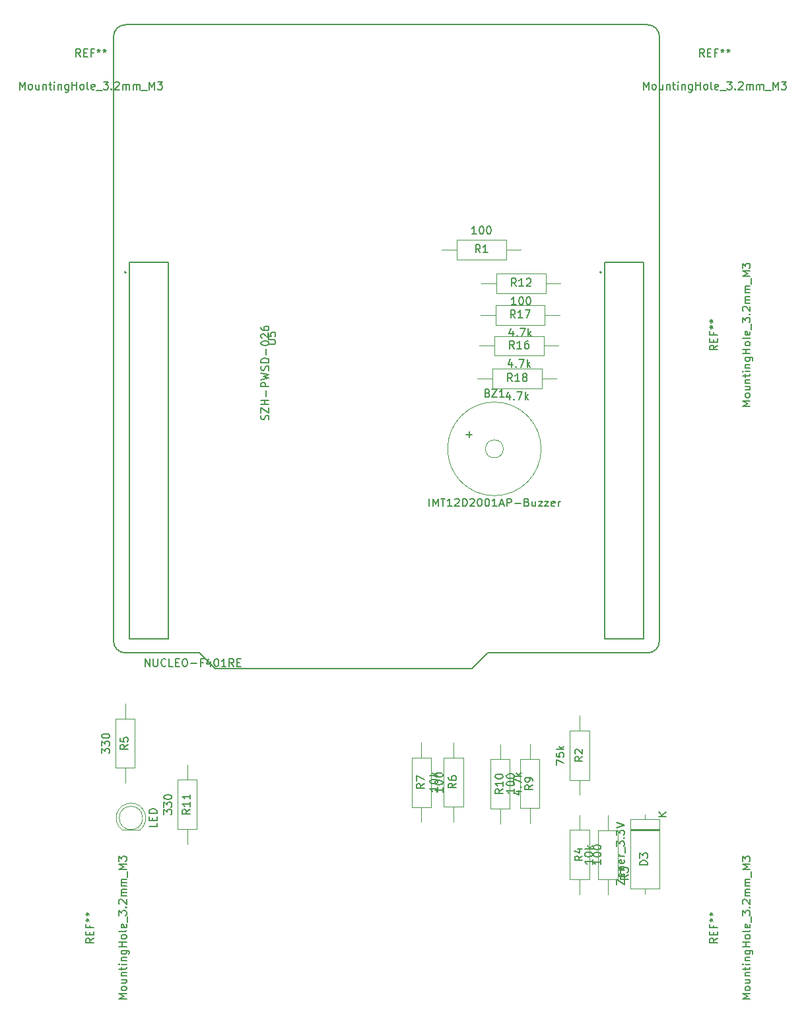
<source format=gbr>
%TF.GenerationSoftware,KiCad,Pcbnew,(7.0.0-0)*%
%TF.CreationDate,2023-07-19T10:46:03+09:00*%
%TF.ProjectId,Spct,53706374-2e6b-4696-9361-645f70636258,rev?*%
%TF.SameCoordinates,PX2540608PY1ee3f58*%
%TF.FileFunction,AssemblyDrawing,Top*%
%FSLAX46Y46*%
G04 Gerber Fmt 4.6, Leading zero omitted, Abs format (unit mm)*
G04 Created by KiCad (PCBNEW (7.0.0-0)) date 2023-07-19 10:46:03*
%MOMM*%
%LPD*%
G01*
G04 APERTURE LIST*
%ADD10C,0.150000*%
%ADD11C,0.100000*%
%ADD12C,0.127000*%
%ADD13C,0.200000*%
G04 APERTURE END LIST*
D10*
%TO.C,U5*%
X26774761Y-50888499D02*
X26822380Y-50745642D01*
X26822380Y-50745642D02*
X26822380Y-50507547D01*
X26822380Y-50507547D02*
X26774761Y-50412309D01*
X26774761Y-50412309D02*
X26727142Y-50364690D01*
X26727142Y-50364690D02*
X26631904Y-50317071D01*
X26631904Y-50317071D02*
X26536666Y-50317071D01*
X26536666Y-50317071D02*
X26441428Y-50364690D01*
X26441428Y-50364690D02*
X26393809Y-50412309D01*
X26393809Y-50412309D02*
X26346190Y-50507547D01*
X26346190Y-50507547D02*
X26298571Y-50698023D01*
X26298571Y-50698023D02*
X26250952Y-50793261D01*
X26250952Y-50793261D02*
X26203333Y-50840880D01*
X26203333Y-50840880D02*
X26108095Y-50888499D01*
X26108095Y-50888499D02*
X26012857Y-50888499D01*
X26012857Y-50888499D02*
X25917619Y-50840880D01*
X25917619Y-50840880D02*
X25870000Y-50793261D01*
X25870000Y-50793261D02*
X25822380Y-50698023D01*
X25822380Y-50698023D02*
X25822380Y-50459928D01*
X25822380Y-50459928D02*
X25870000Y-50317071D01*
X25822380Y-49983737D02*
X25822380Y-49317071D01*
X25822380Y-49317071D02*
X26822380Y-49983737D01*
X26822380Y-49983737D02*
X26822380Y-49317071D01*
X26822380Y-48936118D02*
X25822380Y-48936118D01*
X26298571Y-48936118D02*
X26298571Y-48364690D01*
X26822380Y-48364690D02*
X25822380Y-48364690D01*
X26441428Y-47888499D02*
X26441428Y-47126595D01*
X26822380Y-46650404D02*
X25822380Y-46650404D01*
X25822380Y-46650404D02*
X25822380Y-46269452D01*
X25822380Y-46269452D02*
X25870000Y-46174214D01*
X25870000Y-46174214D02*
X25917619Y-46126595D01*
X25917619Y-46126595D02*
X26012857Y-46078976D01*
X26012857Y-46078976D02*
X26155714Y-46078976D01*
X26155714Y-46078976D02*
X26250952Y-46126595D01*
X26250952Y-46126595D02*
X26298571Y-46174214D01*
X26298571Y-46174214D02*
X26346190Y-46269452D01*
X26346190Y-46269452D02*
X26346190Y-46650404D01*
X25822380Y-45745642D02*
X26822380Y-45507547D01*
X26822380Y-45507547D02*
X26108095Y-45317071D01*
X26108095Y-45317071D02*
X26822380Y-45126595D01*
X26822380Y-45126595D02*
X25822380Y-44888500D01*
X26774761Y-44555166D02*
X26822380Y-44412309D01*
X26822380Y-44412309D02*
X26822380Y-44174214D01*
X26822380Y-44174214D02*
X26774761Y-44078976D01*
X26774761Y-44078976D02*
X26727142Y-44031357D01*
X26727142Y-44031357D02*
X26631904Y-43983738D01*
X26631904Y-43983738D02*
X26536666Y-43983738D01*
X26536666Y-43983738D02*
X26441428Y-44031357D01*
X26441428Y-44031357D02*
X26393809Y-44078976D01*
X26393809Y-44078976D02*
X26346190Y-44174214D01*
X26346190Y-44174214D02*
X26298571Y-44364690D01*
X26298571Y-44364690D02*
X26250952Y-44459928D01*
X26250952Y-44459928D02*
X26203333Y-44507547D01*
X26203333Y-44507547D02*
X26108095Y-44555166D01*
X26108095Y-44555166D02*
X26012857Y-44555166D01*
X26012857Y-44555166D02*
X25917619Y-44507547D01*
X25917619Y-44507547D02*
X25870000Y-44459928D01*
X25870000Y-44459928D02*
X25822380Y-44364690D01*
X25822380Y-44364690D02*
X25822380Y-44126595D01*
X25822380Y-44126595D02*
X25870000Y-43983738D01*
X26822380Y-43555166D02*
X25822380Y-43555166D01*
X25822380Y-43555166D02*
X25822380Y-43317071D01*
X25822380Y-43317071D02*
X25870000Y-43174214D01*
X25870000Y-43174214D02*
X25965238Y-43078976D01*
X25965238Y-43078976D02*
X26060476Y-43031357D01*
X26060476Y-43031357D02*
X26250952Y-42983738D01*
X26250952Y-42983738D02*
X26393809Y-42983738D01*
X26393809Y-42983738D02*
X26584285Y-43031357D01*
X26584285Y-43031357D02*
X26679523Y-43078976D01*
X26679523Y-43078976D02*
X26774761Y-43174214D01*
X26774761Y-43174214D02*
X26822380Y-43317071D01*
X26822380Y-43317071D02*
X26822380Y-43555166D01*
X26441428Y-42555166D02*
X26441428Y-41793262D01*
X25822380Y-41126595D02*
X25822380Y-41031357D01*
X25822380Y-41031357D02*
X25870000Y-40936119D01*
X25870000Y-40936119D02*
X25917619Y-40888500D01*
X25917619Y-40888500D02*
X26012857Y-40840881D01*
X26012857Y-40840881D02*
X26203333Y-40793262D01*
X26203333Y-40793262D02*
X26441428Y-40793262D01*
X26441428Y-40793262D02*
X26631904Y-40840881D01*
X26631904Y-40840881D02*
X26727142Y-40888500D01*
X26727142Y-40888500D02*
X26774761Y-40936119D01*
X26774761Y-40936119D02*
X26822380Y-41031357D01*
X26822380Y-41031357D02*
X26822380Y-41126595D01*
X26822380Y-41126595D02*
X26774761Y-41221833D01*
X26774761Y-41221833D02*
X26727142Y-41269452D01*
X26727142Y-41269452D02*
X26631904Y-41317071D01*
X26631904Y-41317071D02*
X26441428Y-41364690D01*
X26441428Y-41364690D02*
X26203333Y-41364690D01*
X26203333Y-41364690D02*
X26012857Y-41317071D01*
X26012857Y-41317071D02*
X25917619Y-41269452D01*
X25917619Y-41269452D02*
X25870000Y-41221833D01*
X25870000Y-41221833D02*
X25822380Y-41126595D01*
X25917619Y-40412309D02*
X25870000Y-40364690D01*
X25870000Y-40364690D02*
X25822380Y-40269452D01*
X25822380Y-40269452D02*
X25822380Y-40031357D01*
X25822380Y-40031357D02*
X25870000Y-39936119D01*
X25870000Y-39936119D02*
X25917619Y-39888500D01*
X25917619Y-39888500D02*
X26012857Y-39840881D01*
X26012857Y-39840881D02*
X26108095Y-39840881D01*
X26108095Y-39840881D02*
X26250952Y-39888500D01*
X26250952Y-39888500D02*
X26822380Y-40459928D01*
X26822380Y-40459928D02*
X26822380Y-39840881D01*
X25822380Y-38983738D02*
X25822380Y-39174214D01*
X25822380Y-39174214D02*
X25870000Y-39269452D01*
X25870000Y-39269452D02*
X25917619Y-39317071D01*
X25917619Y-39317071D02*
X26060476Y-39412309D01*
X26060476Y-39412309D02*
X26250952Y-39459928D01*
X26250952Y-39459928D02*
X26631904Y-39459928D01*
X26631904Y-39459928D02*
X26727142Y-39412309D01*
X26727142Y-39412309D02*
X26774761Y-39364690D01*
X26774761Y-39364690D02*
X26822380Y-39269452D01*
X26822380Y-39269452D02*
X26822380Y-39078976D01*
X26822380Y-39078976D02*
X26774761Y-38983738D01*
X26774761Y-38983738D02*
X26727142Y-38936119D01*
X26727142Y-38936119D02*
X26631904Y-38888500D01*
X26631904Y-38888500D02*
X26393809Y-38888500D01*
X26393809Y-38888500D02*
X26298571Y-38936119D01*
X26298571Y-38936119D02*
X26250952Y-38983738D01*
X26250952Y-38983738D02*
X26203333Y-39078976D01*
X26203333Y-39078976D02*
X26203333Y-39269452D01*
X26203333Y-39269452D02*
X26250952Y-39364690D01*
X26250952Y-39364690D02*
X26298571Y-39412309D01*
X26298571Y-39412309D02*
X26393809Y-39459928D01*
X26687380Y-41205404D02*
X27496904Y-41205404D01*
X27496904Y-41205404D02*
X27592142Y-41157785D01*
X27592142Y-41157785D02*
X27639761Y-41110166D01*
X27639761Y-41110166D02*
X27687380Y-41014928D01*
X27687380Y-41014928D02*
X27687380Y-40824452D01*
X27687380Y-40824452D02*
X27639761Y-40729214D01*
X27639761Y-40729214D02*
X27592142Y-40681595D01*
X27592142Y-40681595D02*
X27496904Y-40633976D01*
X27496904Y-40633976D02*
X26687380Y-40633976D01*
X26687380Y-39681595D02*
X26687380Y-40157785D01*
X26687380Y-40157785D02*
X27163571Y-40205404D01*
X27163571Y-40205404D02*
X27115952Y-40157785D01*
X27115952Y-40157785D02*
X27068333Y-40062547D01*
X27068333Y-40062547D02*
X27068333Y-39824452D01*
X27068333Y-39824452D02*
X27115952Y-39729214D01*
X27115952Y-39729214D02*
X27163571Y-39681595D01*
X27163571Y-39681595D02*
X27258809Y-39633976D01*
X27258809Y-39633976D02*
X27496904Y-39633976D01*
X27496904Y-39633976D02*
X27592142Y-39681595D01*
X27592142Y-39681595D02*
X27639761Y-39729214D01*
X27639761Y-39729214D02*
X27687380Y-39824452D01*
X27687380Y-39824452D02*
X27687380Y-40062547D01*
X27687380Y-40062547D02*
X27639761Y-40157785D01*
X27639761Y-40157785D02*
X27592142Y-40205404D01*
%TO.C,R1*%
X53435333Y-27080380D02*
X52863905Y-27080380D01*
X53149619Y-27080380D02*
X53149619Y-26080380D01*
X53149619Y-26080380D02*
X53054381Y-26223238D01*
X53054381Y-26223238D02*
X52959143Y-26318476D01*
X52959143Y-26318476D02*
X52863905Y-26366095D01*
X54054381Y-26080380D02*
X54149619Y-26080380D01*
X54149619Y-26080380D02*
X54244857Y-26128000D01*
X54244857Y-26128000D02*
X54292476Y-26175619D01*
X54292476Y-26175619D02*
X54340095Y-26270857D01*
X54340095Y-26270857D02*
X54387714Y-26461333D01*
X54387714Y-26461333D02*
X54387714Y-26699428D01*
X54387714Y-26699428D02*
X54340095Y-26889904D01*
X54340095Y-26889904D02*
X54292476Y-26985142D01*
X54292476Y-26985142D02*
X54244857Y-27032761D01*
X54244857Y-27032761D02*
X54149619Y-27080380D01*
X54149619Y-27080380D02*
X54054381Y-27080380D01*
X54054381Y-27080380D02*
X53959143Y-27032761D01*
X53959143Y-27032761D02*
X53911524Y-26985142D01*
X53911524Y-26985142D02*
X53863905Y-26889904D01*
X53863905Y-26889904D02*
X53816286Y-26699428D01*
X53816286Y-26699428D02*
X53816286Y-26461333D01*
X53816286Y-26461333D02*
X53863905Y-26270857D01*
X53863905Y-26270857D02*
X53911524Y-26175619D01*
X53911524Y-26175619D02*
X53959143Y-26128000D01*
X53959143Y-26128000D02*
X54054381Y-26080380D01*
X55006762Y-26080380D02*
X55102000Y-26080380D01*
X55102000Y-26080380D02*
X55197238Y-26128000D01*
X55197238Y-26128000D02*
X55244857Y-26175619D01*
X55244857Y-26175619D02*
X55292476Y-26270857D01*
X55292476Y-26270857D02*
X55340095Y-26461333D01*
X55340095Y-26461333D02*
X55340095Y-26699428D01*
X55340095Y-26699428D02*
X55292476Y-26889904D01*
X55292476Y-26889904D02*
X55244857Y-26985142D01*
X55244857Y-26985142D02*
X55197238Y-27032761D01*
X55197238Y-27032761D02*
X55102000Y-27080380D01*
X55102000Y-27080380D02*
X55006762Y-27080380D01*
X55006762Y-27080380D02*
X54911524Y-27032761D01*
X54911524Y-27032761D02*
X54863905Y-26985142D01*
X54863905Y-26985142D02*
X54816286Y-26889904D01*
X54816286Y-26889904D02*
X54768667Y-26699428D01*
X54768667Y-26699428D02*
X54768667Y-26461333D01*
X54768667Y-26461333D02*
X54816286Y-26270857D01*
X54816286Y-26270857D02*
X54863905Y-26175619D01*
X54863905Y-26175619D02*
X54911524Y-26128000D01*
X54911524Y-26128000D02*
X55006762Y-26080380D01*
X53935333Y-29450380D02*
X53602000Y-28974190D01*
X53363905Y-29450380D02*
X53363905Y-28450380D01*
X53363905Y-28450380D02*
X53744857Y-28450380D01*
X53744857Y-28450380D02*
X53840095Y-28498000D01*
X53840095Y-28498000D02*
X53887714Y-28545619D01*
X53887714Y-28545619D02*
X53935333Y-28640857D01*
X53935333Y-28640857D02*
X53935333Y-28783714D01*
X53935333Y-28783714D02*
X53887714Y-28878952D01*
X53887714Y-28878952D02*
X53840095Y-28926571D01*
X53840095Y-28926571D02*
X53744857Y-28974190D01*
X53744857Y-28974190D02*
X53363905Y-28974190D01*
X54887714Y-29450380D02*
X54316286Y-29450380D01*
X54602000Y-29450380D02*
X54602000Y-28450380D01*
X54602000Y-28450380D02*
X54506762Y-28593238D01*
X54506762Y-28593238D02*
X54411524Y-28688476D01*
X54411524Y-28688476D02*
X54316286Y-28736095D01*
%TO.C,R7*%
X49126380Y-98025666D02*
X49126380Y-98597094D01*
X49126380Y-98311380D02*
X48126380Y-98311380D01*
X48126380Y-98311380D02*
X48269238Y-98406618D01*
X48269238Y-98406618D02*
X48364476Y-98501856D01*
X48364476Y-98501856D02*
X48412095Y-98597094D01*
X48126380Y-97406618D02*
X48126380Y-97311380D01*
X48126380Y-97311380D02*
X48174000Y-97216142D01*
X48174000Y-97216142D02*
X48221619Y-97168523D01*
X48221619Y-97168523D02*
X48316857Y-97120904D01*
X48316857Y-97120904D02*
X48507333Y-97073285D01*
X48507333Y-97073285D02*
X48745428Y-97073285D01*
X48745428Y-97073285D02*
X48935904Y-97120904D01*
X48935904Y-97120904D02*
X49031142Y-97168523D01*
X49031142Y-97168523D02*
X49078761Y-97216142D01*
X49078761Y-97216142D02*
X49126380Y-97311380D01*
X49126380Y-97311380D02*
X49126380Y-97406618D01*
X49126380Y-97406618D02*
X49078761Y-97501856D01*
X49078761Y-97501856D02*
X49031142Y-97549475D01*
X49031142Y-97549475D02*
X48935904Y-97597094D01*
X48935904Y-97597094D02*
X48745428Y-97644713D01*
X48745428Y-97644713D02*
X48507333Y-97644713D01*
X48507333Y-97644713D02*
X48316857Y-97597094D01*
X48316857Y-97597094D02*
X48221619Y-97549475D01*
X48221619Y-97549475D02*
X48174000Y-97501856D01*
X48174000Y-97501856D02*
X48126380Y-97406618D01*
X48126380Y-96454237D02*
X48126380Y-96358999D01*
X48126380Y-96358999D02*
X48174000Y-96263761D01*
X48174000Y-96263761D02*
X48221619Y-96216142D01*
X48221619Y-96216142D02*
X48316857Y-96168523D01*
X48316857Y-96168523D02*
X48507333Y-96120904D01*
X48507333Y-96120904D02*
X48745428Y-96120904D01*
X48745428Y-96120904D02*
X48935904Y-96168523D01*
X48935904Y-96168523D02*
X49031142Y-96216142D01*
X49031142Y-96216142D02*
X49078761Y-96263761D01*
X49078761Y-96263761D02*
X49126380Y-96358999D01*
X49126380Y-96358999D02*
X49126380Y-96454237D01*
X49126380Y-96454237D02*
X49078761Y-96549475D01*
X49078761Y-96549475D02*
X49031142Y-96597094D01*
X49031142Y-96597094D02*
X48935904Y-96644713D01*
X48935904Y-96644713D02*
X48745428Y-96692332D01*
X48745428Y-96692332D02*
X48507333Y-96692332D01*
X48507333Y-96692332D02*
X48316857Y-96644713D01*
X48316857Y-96644713D02*
X48221619Y-96597094D01*
X48221619Y-96597094D02*
X48174000Y-96549475D01*
X48174000Y-96549475D02*
X48126380Y-96454237D01*
X46756380Y-97525666D02*
X46280190Y-97858999D01*
X46756380Y-98097094D02*
X45756380Y-98097094D01*
X45756380Y-98097094D02*
X45756380Y-97716142D01*
X45756380Y-97716142D02*
X45804000Y-97620904D01*
X45804000Y-97620904D02*
X45851619Y-97573285D01*
X45851619Y-97573285D02*
X45946857Y-97525666D01*
X45946857Y-97525666D02*
X46089714Y-97525666D01*
X46089714Y-97525666D02*
X46184952Y-97573285D01*
X46184952Y-97573285D02*
X46232571Y-97620904D01*
X46232571Y-97620904D02*
X46280190Y-97716142D01*
X46280190Y-97716142D02*
X46280190Y-98097094D01*
X45756380Y-97192332D02*
X45756380Y-96525666D01*
X45756380Y-96525666D02*
X46756380Y-96954237D01*
%TO.C,R11*%
X13364380Y-101461713D02*
X13364380Y-100842666D01*
X13364380Y-100842666D02*
X13745333Y-101175999D01*
X13745333Y-101175999D02*
X13745333Y-101033142D01*
X13745333Y-101033142D02*
X13792952Y-100937904D01*
X13792952Y-100937904D02*
X13840571Y-100890285D01*
X13840571Y-100890285D02*
X13935809Y-100842666D01*
X13935809Y-100842666D02*
X14173904Y-100842666D01*
X14173904Y-100842666D02*
X14269142Y-100890285D01*
X14269142Y-100890285D02*
X14316761Y-100937904D01*
X14316761Y-100937904D02*
X14364380Y-101033142D01*
X14364380Y-101033142D02*
X14364380Y-101318856D01*
X14364380Y-101318856D02*
X14316761Y-101414094D01*
X14316761Y-101414094D02*
X14269142Y-101461713D01*
X13364380Y-100509332D02*
X13364380Y-99890285D01*
X13364380Y-99890285D02*
X13745333Y-100223618D01*
X13745333Y-100223618D02*
X13745333Y-100080761D01*
X13745333Y-100080761D02*
X13792952Y-99985523D01*
X13792952Y-99985523D02*
X13840571Y-99937904D01*
X13840571Y-99937904D02*
X13935809Y-99890285D01*
X13935809Y-99890285D02*
X14173904Y-99890285D01*
X14173904Y-99890285D02*
X14269142Y-99937904D01*
X14269142Y-99937904D02*
X14316761Y-99985523D01*
X14316761Y-99985523D02*
X14364380Y-100080761D01*
X14364380Y-100080761D02*
X14364380Y-100366475D01*
X14364380Y-100366475D02*
X14316761Y-100461713D01*
X14316761Y-100461713D02*
X14269142Y-100509332D01*
X13364380Y-99271237D02*
X13364380Y-99175999D01*
X13364380Y-99175999D02*
X13412000Y-99080761D01*
X13412000Y-99080761D02*
X13459619Y-99033142D01*
X13459619Y-99033142D02*
X13554857Y-98985523D01*
X13554857Y-98985523D02*
X13745333Y-98937904D01*
X13745333Y-98937904D02*
X13983428Y-98937904D01*
X13983428Y-98937904D02*
X14173904Y-98985523D01*
X14173904Y-98985523D02*
X14269142Y-99033142D01*
X14269142Y-99033142D02*
X14316761Y-99080761D01*
X14316761Y-99080761D02*
X14364380Y-99175999D01*
X14364380Y-99175999D02*
X14364380Y-99271237D01*
X14364380Y-99271237D02*
X14316761Y-99366475D01*
X14316761Y-99366475D02*
X14269142Y-99414094D01*
X14269142Y-99414094D02*
X14173904Y-99461713D01*
X14173904Y-99461713D02*
X13983428Y-99509332D01*
X13983428Y-99509332D02*
X13745333Y-99509332D01*
X13745333Y-99509332D02*
X13554857Y-99461713D01*
X13554857Y-99461713D02*
X13459619Y-99414094D01*
X13459619Y-99414094D02*
X13412000Y-99366475D01*
X13412000Y-99366475D02*
X13364380Y-99271237D01*
X16734380Y-100818857D02*
X16258190Y-101152190D01*
X16734380Y-101390285D02*
X15734380Y-101390285D01*
X15734380Y-101390285D02*
X15734380Y-101009333D01*
X15734380Y-101009333D02*
X15782000Y-100914095D01*
X15782000Y-100914095D02*
X15829619Y-100866476D01*
X15829619Y-100866476D02*
X15924857Y-100818857D01*
X15924857Y-100818857D02*
X16067714Y-100818857D01*
X16067714Y-100818857D02*
X16162952Y-100866476D01*
X16162952Y-100866476D02*
X16210571Y-100914095D01*
X16210571Y-100914095D02*
X16258190Y-101009333D01*
X16258190Y-101009333D02*
X16258190Y-101390285D01*
X16734380Y-99866476D02*
X16734380Y-100437904D01*
X16734380Y-100152190D02*
X15734380Y-100152190D01*
X15734380Y-100152190D02*
X15877238Y-100247428D01*
X15877238Y-100247428D02*
X15972476Y-100342666D01*
X15972476Y-100342666D02*
X16020095Y-100437904D01*
X16734380Y-98914095D02*
X16734380Y-99485523D01*
X16734380Y-99199809D02*
X15734380Y-99199809D01*
X15734380Y-99199809D02*
X15877238Y-99295047D01*
X15877238Y-99295047D02*
X15972476Y-99390285D01*
X15972476Y-99390285D02*
X16020095Y-99485523D01*
%TO.C,R6*%
X48486380Y-97904238D02*
X48486380Y-98475666D01*
X48486380Y-98189952D02*
X47486380Y-98189952D01*
X47486380Y-98189952D02*
X47629238Y-98285190D01*
X47629238Y-98285190D02*
X47724476Y-98380428D01*
X47724476Y-98380428D02*
X47772095Y-98475666D01*
X47486380Y-97285190D02*
X47486380Y-97189952D01*
X47486380Y-97189952D02*
X47534000Y-97094714D01*
X47534000Y-97094714D02*
X47581619Y-97047095D01*
X47581619Y-97047095D02*
X47676857Y-96999476D01*
X47676857Y-96999476D02*
X47867333Y-96951857D01*
X47867333Y-96951857D02*
X48105428Y-96951857D01*
X48105428Y-96951857D02*
X48295904Y-96999476D01*
X48295904Y-96999476D02*
X48391142Y-97047095D01*
X48391142Y-97047095D02*
X48438761Y-97094714D01*
X48438761Y-97094714D02*
X48486380Y-97189952D01*
X48486380Y-97189952D02*
X48486380Y-97285190D01*
X48486380Y-97285190D02*
X48438761Y-97380428D01*
X48438761Y-97380428D02*
X48391142Y-97428047D01*
X48391142Y-97428047D02*
X48295904Y-97475666D01*
X48295904Y-97475666D02*
X48105428Y-97523285D01*
X48105428Y-97523285D02*
X47867333Y-97523285D01*
X47867333Y-97523285D02*
X47676857Y-97475666D01*
X47676857Y-97475666D02*
X47581619Y-97428047D01*
X47581619Y-97428047D02*
X47534000Y-97380428D01*
X47534000Y-97380428D02*
X47486380Y-97285190D01*
X48486380Y-96523285D02*
X47486380Y-96523285D01*
X48105428Y-96428047D02*
X48486380Y-96142333D01*
X47819714Y-96142333D02*
X48200666Y-96523285D01*
X50856380Y-97475666D02*
X50380190Y-97808999D01*
X50856380Y-98047094D02*
X49856380Y-98047094D01*
X49856380Y-98047094D02*
X49856380Y-97666142D01*
X49856380Y-97666142D02*
X49904000Y-97570904D01*
X49904000Y-97570904D02*
X49951619Y-97523285D01*
X49951619Y-97523285D02*
X50046857Y-97475666D01*
X50046857Y-97475666D02*
X50189714Y-97475666D01*
X50189714Y-97475666D02*
X50284952Y-97523285D01*
X50284952Y-97523285D02*
X50332571Y-97570904D01*
X50332571Y-97570904D02*
X50380190Y-97666142D01*
X50380190Y-97666142D02*
X50380190Y-98047094D01*
X49856380Y-96618523D02*
X49856380Y-96808999D01*
X49856380Y-96808999D02*
X49904000Y-96904237D01*
X49904000Y-96904237D02*
X49951619Y-96951856D01*
X49951619Y-96951856D02*
X50094476Y-97047094D01*
X50094476Y-97047094D02*
X50284952Y-97094713D01*
X50284952Y-97094713D02*
X50665904Y-97094713D01*
X50665904Y-97094713D02*
X50761142Y-97047094D01*
X50761142Y-97047094D02*
X50808761Y-96999475D01*
X50808761Y-96999475D02*
X50856380Y-96904237D01*
X50856380Y-96904237D02*
X50856380Y-96713761D01*
X50856380Y-96713761D02*
X50808761Y-96618523D01*
X50808761Y-96618523D02*
X50761142Y-96570904D01*
X50761142Y-96570904D02*
X50665904Y-96523285D01*
X50665904Y-96523285D02*
X50427809Y-96523285D01*
X50427809Y-96523285D02*
X50332571Y-96570904D01*
X50332571Y-96570904D02*
X50284952Y-96618523D01*
X50284952Y-96618523D02*
X50237333Y-96713761D01*
X50237333Y-96713761D02*
X50237333Y-96904237D01*
X50237333Y-96904237D02*
X50284952Y-96999475D01*
X50284952Y-96999475D02*
X50332571Y-97047094D01*
X50332571Y-97047094D02*
X50427809Y-97094713D01*
%TO.C,REF\u002A\u002A*%
X-5119048Y-8567380D02*
X-5119048Y-7567380D01*
X-5119048Y-7567380D02*
X-4785715Y-8281666D01*
X-4785715Y-8281666D02*
X-4452382Y-7567380D01*
X-4452382Y-7567380D02*
X-4452382Y-8567380D01*
X-3833334Y-8567380D02*
X-3928572Y-8519761D01*
X-3928572Y-8519761D02*
X-3976191Y-8472142D01*
X-3976191Y-8472142D02*
X-4023810Y-8376904D01*
X-4023810Y-8376904D02*
X-4023810Y-8091190D01*
X-4023810Y-8091190D02*
X-3976191Y-7995952D01*
X-3976191Y-7995952D02*
X-3928572Y-7948333D01*
X-3928572Y-7948333D02*
X-3833334Y-7900714D01*
X-3833334Y-7900714D02*
X-3690477Y-7900714D01*
X-3690477Y-7900714D02*
X-3595239Y-7948333D01*
X-3595239Y-7948333D02*
X-3547620Y-7995952D01*
X-3547620Y-7995952D02*
X-3500001Y-8091190D01*
X-3500001Y-8091190D02*
X-3500001Y-8376904D01*
X-3500001Y-8376904D02*
X-3547620Y-8472142D01*
X-3547620Y-8472142D02*
X-3595239Y-8519761D01*
X-3595239Y-8519761D02*
X-3690477Y-8567380D01*
X-3690477Y-8567380D02*
X-3833334Y-8567380D01*
X-2642858Y-7900714D02*
X-2642858Y-8567380D01*
X-3071429Y-7900714D02*
X-3071429Y-8424523D01*
X-3071429Y-8424523D02*
X-3023810Y-8519761D01*
X-3023810Y-8519761D02*
X-2928572Y-8567380D01*
X-2928572Y-8567380D02*
X-2785715Y-8567380D01*
X-2785715Y-8567380D02*
X-2690477Y-8519761D01*
X-2690477Y-8519761D02*
X-2642858Y-8472142D01*
X-2166667Y-7900714D02*
X-2166667Y-8567380D01*
X-2166667Y-7995952D02*
X-2119048Y-7948333D01*
X-2119048Y-7948333D02*
X-2023810Y-7900714D01*
X-2023810Y-7900714D02*
X-1880953Y-7900714D01*
X-1880953Y-7900714D02*
X-1785715Y-7948333D01*
X-1785715Y-7948333D02*
X-1738096Y-8043571D01*
X-1738096Y-8043571D02*
X-1738096Y-8567380D01*
X-1404762Y-7900714D02*
X-1023810Y-7900714D01*
X-1261905Y-7567380D02*
X-1261905Y-8424523D01*
X-1261905Y-8424523D02*
X-1214286Y-8519761D01*
X-1214286Y-8519761D02*
X-1119048Y-8567380D01*
X-1119048Y-8567380D02*
X-1023810Y-8567380D01*
X-690476Y-8567380D02*
X-690476Y-7900714D01*
X-690476Y-7567380D02*
X-738095Y-7615000D01*
X-738095Y-7615000D02*
X-690476Y-7662619D01*
X-690476Y-7662619D02*
X-642857Y-7615000D01*
X-642857Y-7615000D02*
X-690476Y-7567380D01*
X-690476Y-7567380D02*
X-690476Y-7662619D01*
X-214286Y-7900714D02*
X-214286Y-8567380D01*
X-214286Y-7995952D02*
X-166667Y-7948333D01*
X-166667Y-7948333D02*
X-71429Y-7900714D01*
X-71429Y-7900714D02*
X71428Y-7900714D01*
X71428Y-7900714D02*
X166666Y-7948333D01*
X166666Y-7948333D02*
X214285Y-8043571D01*
X214285Y-8043571D02*
X214285Y-8567380D01*
X1119047Y-7900714D02*
X1119047Y-8710238D01*
X1119047Y-8710238D02*
X1071428Y-8805476D01*
X1071428Y-8805476D02*
X1023809Y-8853095D01*
X1023809Y-8853095D02*
X928571Y-8900714D01*
X928571Y-8900714D02*
X785714Y-8900714D01*
X785714Y-8900714D02*
X690476Y-8853095D01*
X1119047Y-8519761D02*
X1023809Y-8567380D01*
X1023809Y-8567380D02*
X833333Y-8567380D01*
X833333Y-8567380D02*
X738095Y-8519761D01*
X738095Y-8519761D02*
X690476Y-8472142D01*
X690476Y-8472142D02*
X642857Y-8376904D01*
X642857Y-8376904D02*
X642857Y-8091190D01*
X642857Y-8091190D02*
X690476Y-7995952D01*
X690476Y-7995952D02*
X738095Y-7948333D01*
X738095Y-7948333D02*
X833333Y-7900714D01*
X833333Y-7900714D02*
X1023809Y-7900714D01*
X1023809Y-7900714D02*
X1119047Y-7948333D01*
X1595238Y-8567380D02*
X1595238Y-7567380D01*
X1595238Y-8043571D02*
X2166666Y-8043571D01*
X2166666Y-8567380D02*
X2166666Y-7567380D01*
X2785714Y-8567380D02*
X2690476Y-8519761D01*
X2690476Y-8519761D02*
X2642857Y-8472142D01*
X2642857Y-8472142D02*
X2595238Y-8376904D01*
X2595238Y-8376904D02*
X2595238Y-8091190D01*
X2595238Y-8091190D02*
X2642857Y-7995952D01*
X2642857Y-7995952D02*
X2690476Y-7948333D01*
X2690476Y-7948333D02*
X2785714Y-7900714D01*
X2785714Y-7900714D02*
X2928571Y-7900714D01*
X2928571Y-7900714D02*
X3023809Y-7948333D01*
X3023809Y-7948333D02*
X3071428Y-7995952D01*
X3071428Y-7995952D02*
X3119047Y-8091190D01*
X3119047Y-8091190D02*
X3119047Y-8376904D01*
X3119047Y-8376904D02*
X3071428Y-8472142D01*
X3071428Y-8472142D02*
X3023809Y-8519761D01*
X3023809Y-8519761D02*
X2928571Y-8567380D01*
X2928571Y-8567380D02*
X2785714Y-8567380D01*
X3690476Y-8567380D02*
X3595238Y-8519761D01*
X3595238Y-8519761D02*
X3547619Y-8424523D01*
X3547619Y-8424523D02*
X3547619Y-7567380D01*
X4452381Y-8519761D02*
X4357143Y-8567380D01*
X4357143Y-8567380D02*
X4166667Y-8567380D01*
X4166667Y-8567380D02*
X4071429Y-8519761D01*
X4071429Y-8519761D02*
X4023810Y-8424523D01*
X4023810Y-8424523D02*
X4023810Y-8043571D01*
X4023810Y-8043571D02*
X4071429Y-7948333D01*
X4071429Y-7948333D02*
X4166667Y-7900714D01*
X4166667Y-7900714D02*
X4357143Y-7900714D01*
X4357143Y-7900714D02*
X4452381Y-7948333D01*
X4452381Y-7948333D02*
X4500000Y-8043571D01*
X4500000Y-8043571D02*
X4500000Y-8138809D01*
X4500000Y-8138809D02*
X4023810Y-8234047D01*
X4690477Y-8662619D02*
X5452381Y-8662619D01*
X5595239Y-7567380D02*
X6214286Y-7567380D01*
X6214286Y-7567380D02*
X5880953Y-7948333D01*
X5880953Y-7948333D02*
X6023810Y-7948333D01*
X6023810Y-7948333D02*
X6119048Y-7995952D01*
X6119048Y-7995952D02*
X6166667Y-8043571D01*
X6166667Y-8043571D02*
X6214286Y-8138809D01*
X6214286Y-8138809D02*
X6214286Y-8376904D01*
X6214286Y-8376904D02*
X6166667Y-8472142D01*
X6166667Y-8472142D02*
X6119048Y-8519761D01*
X6119048Y-8519761D02*
X6023810Y-8567380D01*
X6023810Y-8567380D02*
X5738096Y-8567380D01*
X5738096Y-8567380D02*
X5642858Y-8519761D01*
X5642858Y-8519761D02*
X5595239Y-8472142D01*
X6642858Y-8472142D02*
X6690477Y-8519761D01*
X6690477Y-8519761D02*
X6642858Y-8567380D01*
X6642858Y-8567380D02*
X6595239Y-8519761D01*
X6595239Y-8519761D02*
X6642858Y-8472142D01*
X6642858Y-8472142D02*
X6642858Y-8567380D01*
X7071429Y-7662619D02*
X7119048Y-7615000D01*
X7119048Y-7615000D02*
X7214286Y-7567380D01*
X7214286Y-7567380D02*
X7452381Y-7567380D01*
X7452381Y-7567380D02*
X7547619Y-7615000D01*
X7547619Y-7615000D02*
X7595238Y-7662619D01*
X7595238Y-7662619D02*
X7642857Y-7757857D01*
X7642857Y-7757857D02*
X7642857Y-7853095D01*
X7642857Y-7853095D02*
X7595238Y-7995952D01*
X7595238Y-7995952D02*
X7023810Y-8567380D01*
X7023810Y-8567380D02*
X7642857Y-8567380D01*
X8071429Y-8567380D02*
X8071429Y-7900714D01*
X8071429Y-7995952D02*
X8119048Y-7948333D01*
X8119048Y-7948333D02*
X8214286Y-7900714D01*
X8214286Y-7900714D02*
X8357143Y-7900714D01*
X8357143Y-7900714D02*
X8452381Y-7948333D01*
X8452381Y-7948333D02*
X8500000Y-8043571D01*
X8500000Y-8043571D02*
X8500000Y-8567380D01*
X8500000Y-8043571D02*
X8547619Y-7948333D01*
X8547619Y-7948333D02*
X8642857Y-7900714D01*
X8642857Y-7900714D02*
X8785714Y-7900714D01*
X8785714Y-7900714D02*
X8880953Y-7948333D01*
X8880953Y-7948333D02*
X8928572Y-8043571D01*
X8928572Y-8043571D02*
X8928572Y-8567380D01*
X9404762Y-8567380D02*
X9404762Y-7900714D01*
X9404762Y-7995952D02*
X9452381Y-7948333D01*
X9452381Y-7948333D02*
X9547619Y-7900714D01*
X9547619Y-7900714D02*
X9690476Y-7900714D01*
X9690476Y-7900714D02*
X9785714Y-7948333D01*
X9785714Y-7948333D02*
X9833333Y-8043571D01*
X9833333Y-8043571D02*
X9833333Y-8567380D01*
X9833333Y-8043571D02*
X9880952Y-7948333D01*
X9880952Y-7948333D02*
X9976190Y-7900714D01*
X9976190Y-7900714D02*
X10119047Y-7900714D01*
X10119047Y-7900714D02*
X10214286Y-7948333D01*
X10214286Y-7948333D02*
X10261905Y-8043571D01*
X10261905Y-8043571D02*
X10261905Y-8567380D01*
X10500000Y-8662619D02*
X11261904Y-8662619D01*
X11500000Y-8567380D02*
X11500000Y-7567380D01*
X11500000Y-7567380D02*
X11833333Y-8281666D01*
X11833333Y-8281666D02*
X12166666Y-7567380D01*
X12166666Y-7567380D02*
X12166666Y-8567380D01*
X12547619Y-7567380D02*
X13166666Y-7567380D01*
X13166666Y-7567380D02*
X12833333Y-7948333D01*
X12833333Y-7948333D02*
X12976190Y-7948333D01*
X12976190Y-7948333D02*
X13071428Y-7995952D01*
X13071428Y-7995952D02*
X13119047Y-8043571D01*
X13119047Y-8043571D02*
X13166666Y-8138809D01*
X13166666Y-8138809D02*
X13166666Y-8376904D01*
X13166666Y-8376904D02*
X13119047Y-8472142D01*
X13119047Y-8472142D02*
X13071428Y-8519761D01*
X13071428Y-8519761D02*
X12976190Y-8567380D01*
X12976190Y-8567380D02*
X12690476Y-8567380D01*
X12690476Y-8567380D02*
X12595238Y-8519761D01*
X12595238Y-8519761D02*
X12547619Y-8472142D01*
X2666666Y-4367380D02*
X2333333Y-3891190D01*
X2095238Y-4367380D02*
X2095238Y-3367380D01*
X2095238Y-3367380D02*
X2476190Y-3367380D01*
X2476190Y-3367380D02*
X2571428Y-3415000D01*
X2571428Y-3415000D02*
X2619047Y-3462619D01*
X2619047Y-3462619D02*
X2666666Y-3557857D01*
X2666666Y-3557857D02*
X2666666Y-3700714D01*
X2666666Y-3700714D02*
X2619047Y-3795952D01*
X2619047Y-3795952D02*
X2571428Y-3843571D01*
X2571428Y-3843571D02*
X2476190Y-3891190D01*
X2476190Y-3891190D02*
X2095238Y-3891190D01*
X3095238Y-3843571D02*
X3428571Y-3843571D01*
X3571428Y-4367380D02*
X3095238Y-4367380D01*
X3095238Y-4367380D02*
X3095238Y-3367380D01*
X3095238Y-3367380D02*
X3571428Y-3367380D01*
X4333333Y-3843571D02*
X4000000Y-3843571D01*
X4000000Y-4367380D02*
X4000000Y-3367380D01*
X4000000Y-3367380D02*
X4476190Y-3367380D01*
X5000000Y-3367380D02*
X5000000Y-3605476D01*
X4761905Y-3510238D02*
X5000000Y-3605476D01*
X5000000Y-3605476D02*
X5238095Y-3510238D01*
X4857143Y-3795952D02*
X5000000Y-3605476D01*
X5000000Y-3605476D02*
X5142857Y-3795952D01*
X5761905Y-3367380D02*
X5761905Y-3605476D01*
X5523810Y-3510238D02*
X5761905Y-3605476D01*
X5761905Y-3605476D02*
X6000000Y-3510238D01*
X5619048Y-3795952D02*
X5761905Y-3605476D01*
X5761905Y-3605476D02*
X5904762Y-3795952D01*
%TO.C,R12*%
X58515333Y-36138380D02*
X57943905Y-36138380D01*
X58229619Y-36138380D02*
X58229619Y-35138380D01*
X58229619Y-35138380D02*
X58134381Y-35281238D01*
X58134381Y-35281238D02*
X58039143Y-35376476D01*
X58039143Y-35376476D02*
X57943905Y-35424095D01*
X59134381Y-35138380D02*
X59229619Y-35138380D01*
X59229619Y-35138380D02*
X59324857Y-35186000D01*
X59324857Y-35186000D02*
X59372476Y-35233619D01*
X59372476Y-35233619D02*
X59420095Y-35328857D01*
X59420095Y-35328857D02*
X59467714Y-35519333D01*
X59467714Y-35519333D02*
X59467714Y-35757428D01*
X59467714Y-35757428D02*
X59420095Y-35947904D01*
X59420095Y-35947904D02*
X59372476Y-36043142D01*
X59372476Y-36043142D02*
X59324857Y-36090761D01*
X59324857Y-36090761D02*
X59229619Y-36138380D01*
X59229619Y-36138380D02*
X59134381Y-36138380D01*
X59134381Y-36138380D02*
X59039143Y-36090761D01*
X59039143Y-36090761D02*
X58991524Y-36043142D01*
X58991524Y-36043142D02*
X58943905Y-35947904D01*
X58943905Y-35947904D02*
X58896286Y-35757428D01*
X58896286Y-35757428D02*
X58896286Y-35519333D01*
X58896286Y-35519333D02*
X58943905Y-35328857D01*
X58943905Y-35328857D02*
X58991524Y-35233619D01*
X58991524Y-35233619D02*
X59039143Y-35186000D01*
X59039143Y-35186000D02*
X59134381Y-35138380D01*
X60086762Y-35138380D02*
X60182000Y-35138380D01*
X60182000Y-35138380D02*
X60277238Y-35186000D01*
X60277238Y-35186000D02*
X60324857Y-35233619D01*
X60324857Y-35233619D02*
X60372476Y-35328857D01*
X60372476Y-35328857D02*
X60420095Y-35519333D01*
X60420095Y-35519333D02*
X60420095Y-35757428D01*
X60420095Y-35757428D02*
X60372476Y-35947904D01*
X60372476Y-35947904D02*
X60324857Y-36043142D01*
X60324857Y-36043142D02*
X60277238Y-36090761D01*
X60277238Y-36090761D02*
X60182000Y-36138380D01*
X60182000Y-36138380D02*
X60086762Y-36138380D01*
X60086762Y-36138380D02*
X59991524Y-36090761D01*
X59991524Y-36090761D02*
X59943905Y-36043142D01*
X59943905Y-36043142D02*
X59896286Y-35947904D01*
X59896286Y-35947904D02*
X59848667Y-35757428D01*
X59848667Y-35757428D02*
X59848667Y-35519333D01*
X59848667Y-35519333D02*
X59896286Y-35328857D01*
X59896286Y-35328857D02*
X59943905Y-35233619D01*
X59943905Y-35233619D02*
X59991524Y-35186000D01*
X59991524Y-35186000D02*
X60086762Y-35138380D01*
X58539142Y-33768380D02*
X58205809Y-33292190D01*
X57967714Y-33768380D02*
X57967714Y-32768380D01*
X57967714Y-32768380D02*
X58348666Y-32768380D01*
X58348666Y-32768380D02*
X58443904Y-32816000D01*
X58443904Y-32816000D02*
X58491523Y-32863619D01*
X58491523Y-32863619D02*
X58539142Y-32958857D01*
X58539142Y-32958857D02*
X58539142Y-33101714D01*
X58539142Y-33101714D02*
X58491523Y-33196952D01*
X58491523Y-33196952D02*
X58443904Y-33244571D01*
X58443904Y-33244571D02*
X58348666Y-33292190D01*
X58348666Y-33292190D02*
X57967714Y-33292190D01*
X59491523Y-33768380D02*
X58920095Y-33768380D01*
X59205809Y-33768380D02*
X59205809Y-32768380D01*
X59205809Y-32768380D02*
X59110571Y-32911238D01*
X59110571Y-32911238D02*
X59015333Y-33006476D01*
X59015333Y-33006476D02*
X58920095Y-33054095D01*
X59872476Y-32863619D02*
X59920095Y-32816000D01*
X59920095Y-32816000D02*
X60015333Y-32768380D01*
X60015333Y-32768380D02*
X60253428Y-32768380D01*
X60253428Y-32768380D02*
X60348666Y-32816000D01*
X60348666Y-32816000D02*
X60396285Y-32863619D01*
X60396285Y-32863619D02*
X60443904Y-32958857D01*
X60443904Y-32958857D02*
X60443904Y-33054095D01*
X60443904Y-33054095D02*
X60396285Y-33196952D01*
X60396285Y-33196952D02*
X59824857Y-33768380D01*
X59824857Y-33768380D02*
X60443904Y-33768380D01*
%TO.C,R4*%
X69426380Y-107275666D02*
X69426380Y-107847094D01*
X69426380Y-107561380D02*
X68426380Y-107561380D01*
X68426380Y-107561380D02*
X68569238Y-107656618D01*
X68569238Y-107656618D02*
X68664476Y-107751856D01*
X68664476Y-107751856D02*
X68712095Y-107847094D01*
X68426380Y-106656618D02*
X68426380Y-106561380D01*
X68426380Y-106561380D02*
X68474000Y-106466142D01*
X68474000Y-106466142D02*
X68521619Y-106418523D01*
X68521619Y-106418523D02*
X68616857Y-106370904D01*
X68616857Y-106370904D02*
X68807333Y-106323285D01*
X68807333Y-106323285D02*
X69045428Y-106323285D01*
X69045428Y-106323285D02*
X69235904Y-106370904D01*
X69235904Y-106370904D02*
X69331142Y-106418523D01*
X69331142Y-106418523D02*
X69378761Y-106466142D01*
X69378761Y-106466142D02*
X69426380Y-106561380D01*
X69426380Y-106561380D02*
X69426380Y-106656618D01*
X69426380Y-106656618D02*
X69378761Y-106751856D01*
X69378761Y-106751856D02*
X69331142Y-106799475D01*
X69331142Y-106799475D02*
X69235904Y-106847094D01*
X69235904Y-106847094D02*
X69045428Y-106894713D01*
X69045428Y-106894713D02*
X68807333Y-106894713D01*
X68807333Y-106894713D02*
X68616857Y-106847094D01*
X68616857Y-106847094D02*
X68521619Y-106799475D01*
X68521619Y-106799475D02*
X68474000Y-106751856D01*
X68474000Y-106751856D02*
X68426380Y-106656618D01*
X68426380Y-105704237D02*
X68426380Y-105608999D01*
X68426380Y-105608999D02*
X68474000Y-105513761D01*
X68474000Y-105513761D02*
X68521619Y-105466142D01*
X68521619Y-105466142D02*
X68616857Y-105418523D01*
X68616857Y-105418523D02*
X68807333Y-105370904D01*
X68807333Y-105370904D02*
X69045428Y-105370904D01*
X69045428Y-105370904D02*
X69235904Y-105418523D01*
X69235904Y-105418523D02*
X69331142Y-105466142D01*
X69331142Y-105466142D02*
X69378761Y-105513761D01*
X69378761Y-105513761D02*
X69426380Y-105608999D01*
X69426380Y-105608999D02*
X69426380Y-105704237D01*
X69426380Y-105704237D02*
X69378761Y-105799475D01*
X69378761Y-105799475D02*
X69331142Y-105847094D01*
X69331142Y-105847094D02*
X69235904Y-105894713D01*
X69235904Y-105894713D02*
X69045428Y-105942332D01*
X69045428Y-105942332D02*
X68807333Y-105942332D01*
X68807333Y-105942332D02*
X68616857Y-105894713D01*
X68616857Y-105894713D02*
X68521619Y-105847094D01*
X68521619Y-105847094D02*
X68474000Y-105799475D01*
X68474000Y-105799475D02*
X68426380Y-105704237D01*
X67056380Y-106775666D02*
X66580190Y-107108999D01*
X67056380Y-107347094D02*
X66056380Y-107347094D01*
X66056380Y-107347094D02*
X66056380Y-106966142D01*
X66056380Y-106966142D02*
X66104000Y-106870904D01*
X66104000Y-106870904D02*
X66151619Y-106823285D01*
X66151619Y-106823285D02*
X66246857Y-106775666D01*
X66246857Y-106775666D02*
X66389714Y-106775666D01*
X66389714Y-106775666D02*
X66484952Y-106823285D01*
X66484952Y-106823285D02*
X66532571Y-106870904D01*
X66532571Y-106870904D02*
X66580190Y-106966142D01*
X66580190Y-106966142D02*
X66580190Y-107347094D01*
X66389714Y-105918523D02*
X67056380Y-105918523D01*
X66008761Y-106156618D02*
X66723047Y-106394713D01*
X66723047Y-106394713D02*
X66723047Y-105775666D01*
%TO.C,R16*%
X57999428Y-43472714D02*
X57999428Y-44139380D01*
X57761333Y-43091761D02*
X57523238Y-43806047D01*
X57523238Y-43806047D02*
X58142285Y-43806047D01*
X58523238Y-44044142D02*
X58570857Y-44091761D01*
X58570857Y-44091761D02*
X58523238Y-44139380D01*
X58523238Y-44139380D02*
X58475619Y-44091761D01*
X58475619Y-44091761D02*
X58523238Y-44044142D01*
X58523238Y-44044142D02*
X58523238Y-44139380D01*
X58904190Y-43139380D02*
X59570856Y-43139380D01*
X59570856Y-43139380D02*
X59142285Y-44139380D01*
X59951809Y-44139380D02*
X59951809Y-43139380D01*
X60047047Y-43758428D02*
X60332761Y-44139380D01*
X60332761Y-43472714D02*
X59951809Y-43853666D01*
X58285142Y-41769380D02*
X57951809Y-41293190D01*
X57713714Y-41769380D02*
X57713714Y-40769380D01*
X57713714Y-40769380D02*
X58094666Y-40769380D01*
X58094666Y-40769380D02*
X58189904Y-40817000D01*
X58189904Y-40817000D02*
X58237523Y-40864619D01*
X58237523Y-40864619D02*
X58285142Y-40959857D01*
X58285142Y-40959857D02*
X58285142Y-41102714D01*
X58285142Y-41102714D02*
X58237523Y-41197952D01*
X58237523Y-41197952D02*
X58189904Y-41245571D01*
X58189904Y-41245571D02*
X58094666Y-41293190D01*
X58094666Y-41293190D02*
X57713714Y-41293190D01*
X59237523Y-41769380D02*
X58666095Y-41769380D01*
X58951809Y-41769380D02*
X58951809Y-40769380D01*
X58951809Y-40769380D02*
X58856571Y-40912238D01*
X58856571Y-40912238D02*
X58761333Y-41007476D01*
X58761333Y-41007476D02*
X58666095Y-41055095D01*
X60094666Y-40769380D02*
X59904190Y-40769380D01*
X59904190Y-40769380D02*
X59808952Y-40817000D01*
X59808952Y-40817000D02*
X59761333Y-40864619D01*
X59761333Y-40864619D02*
X59666095Y-41007476D01*
X59666095Y-41007476D02*
X59618476Y-41197952D01*
X59618476Y-41197952D02*
X59618476Y-41578904D01*
X59618476Y-41578904D02*
X59666095Y-41674142D01*
X59666095Y-41674142D02*
X59713714Y-41721761D01*
X59713714Y-41721761D02*
X59808952Y-41769380D01*
X59808952Y-41769380D02*
X59999428Y-41769380D01*
X59999428Y-41769380D02*
X60094666Y-41721761D01*
X60094666Y-41721761D02*
X60142285Y-41674142D01*
X60142285Y-41674142D02*
X60189904Y-41578904D01*
X60189904Y-41578904D02*
X60189904Y-41340809D01*
X60189904Y-41340809D02*
X60142285Y-41245571D01*
X60142285Y-41245571D02*
X60094666Y-41197952D01*
X60094666Y-41197952D02*
X59999428Y-41150333D01*
X59999428Y-41150333D02*
X59808952Y-41150333D01*
X59808952Y-41150333D02*
X59713714Y-41197952D01*
X59713714Y-41197952D02*
X59666095Y-41245571D01*
X59666095Y-41245571D02*
X59618476Y-41340809D01*
%TO.C,U1*%
X10955152Y-82510380D02*
X10955152Y-81510380D01*
X10955152Y-81510380D02*
X11526580Y-82510380D01*
X11526580Y-82510380D02*
X11526580Y-81510380D01*
X12002771Y-81510380D02*
X12002771Y-82319904D01*
X12002771Y-82319904D02*
X12050390Y-82415142D01*
X12050390Y-82415142D02*
X12098009Y-82462761D01*
X12098009Y-82462761D02*
X12193247Y-82510380D01*
X12193247Y-82510380D02*
X12383723Y-82510380D01*
X12383723Y-82510380D02*
X12478961Y-82462761D01*
X12478961Y-82462761D02*
X12526580Y-82415142D01*
X12526580Y-82415142D02*
X12574199Y-82319904D01*
X12574199Y-82319904D02*
X12574199Y-81510380D01*
X13621818Y-82415142D02*
X13574199Y-82462761D01*
X13574199Y-82462761D02*
X13431342Y-82510380D01*
X13431342Y-82510380D02*
X13336104Y-82510380D01*
X13336104Y-82510380D02*
X13193247Y-82462761D01*
X13193247Y-82462761D02*
X13098009Y-82367523D01*
X13098009Y-82367523D02*
X13050390Y-82272285D01*
X13050390Y-82272285D02*
X13002771Y-82081809D01*
X13002771Y-82081809D02*
X13002771Y-81938952D01*
X13002771Y-81938952D02*
X13050390Y-81748476D01*
X13050390Y-81748476D02*
X13098009Y-81653238D01*
X13098009Y-81653238D02*
X13193247Y-81558000D01*
X13193247Y-81558000D02*
X13336104Y-81510380D01*
X13336104Y-81510380D02*
X13431342Y-81510380D01*
X13431342Y-81510380D02*
X13574199Y-81558000D01*
X13574199Y-81558000D02*
X13621818Y-81605619D01*
X14526580Y-82510380D02*
X14050390Y-82510380D01*
X14050390Y-82510380D02*
X14050390Y-81510380D01*
X14859914Y-81986571D02*
X15193247Y-81986571D01*
X15336104Y-82510380D02*
X14859914Y-82510380D01*
X14859914Y-82510380D02*
X14859914Y-81510380D01*
X14859914Y-81510380D02*
X15336104Y-81510380D01*
X15955152Y-81510380D02*
X16145628Y-81510380D01*
X16145628Y-81510380D02*
X16240866Y-81558000D01*
X16240866Y-81558000D02*
X16336104Y-81653238D01*
X16336104Y-81653238D02*
X16383723Y-81843714D01*
X16383723Y-81843714D02*
X16383723Y-82177047D01*
X16383723Y-82177047D02*
X16336104Y-82367523D01*
X16336104Y-82367523D02*
X16240866Y-82462761D01*
X16240866Y-82462761D02*
X16145628Y-82510380D01*
X16145628Y-82510380D02*
X15955152Y-82510380D01*
X15955152Y-82510380D02*
X15859914Y-82462761D01*
X15859914Y-82462761D02*
X15764676Y-82367523D01*
X15764676Y-82367523D02*
X15717057Y-82177047D01*
X15717057Y-82177047D02*
X15717057Y-81843714D01*
X15717057Y-81843714D02*
X15764676Y-81653238D01*
X15764676Y-81653238D02*
X15859914Y-81558000D01*
X15859914Y-81558000D02*
X15955152Y-81510380D01*
X16812295Y-82129428D02*
X17574200Y-82129428D01*
X18383723Y-81986571D02*
X18050390Y-81986571D01*
X18050390Y-82510380D02*
X18050390Y-81510380D01*
X18050390Y-81510380D02*
X18526580Y-81510380D01*
X19336104Y-81843714D02*
X19336104Y-82510380D01*
X19098009Y-81462761D02*
X18859914Y-82177047D01*
X18859914Y-82177047D02*
X19478961Y-82177047D01*
X20050390Y-81510380D02*
X20145628Y-81510380D01*
X20145628Y-81510380D02*
X20240866Y-81558000D01*
X20240866Y-81558000D02*
X20288485Y-81605619D01*
X20288485Y-81605619D02*
X20336104Y-81700857D01*
X20336104Y-81700857D02*
X20383723Y-81891333D01*
X20383723Y-81891333D02*
X20383723Y-82129428D01*
X20383723Y-82129428D02*
X20336104Y-82319904D01*
X20336104Y-82319904D02*
X20288485Y-82415142D01*
X20288485Y-82415142D02*
X20240866Y-82462761D01*
X20240866Y-82462761D02*
X20145628Y-82510380D01*
X20145628Y-82510380D02*
X20050390Y-82510380D01*
X20050390Y-82510380D02*
X19955152Y-82462761D01*
X19955152Y-82462761D02*
X19907533Y-82415142D01*
X19907533Y-82415142D02*
X19859914Y-82319904D01*
X19859914Y-82319904D02*
X19812295Y-82129428D01*
X19812295Y-82129428D02*
X19812295Y-81891333D01*
X19812295Y-81891333D02*
X19859914Y-81700857D01*
X19859914Y-81700857D02*
X19907533Y-81605619D01*
X19907533Y-81605619D02*
X19955152Y-81558000D01*
X19955152Y-81558000D02*
X20050390Y-81510380D01*
X21336104Y-82510380D02*
X20764676Y-82510380D01*
X21050390Y-82510380D02*
X21050390Y-81510380D01*
X21050390Y-81510380D02*
X20955152Y-81653238D01*
X20955152Y-81653238D02*
X20859914Y-81748476D01*
X20859914Y-81748476D02*
X20764676Y-81796095D01*
X22336104Y-82510380D02*
X22002771Y-82034190D01*
X21764676Y-82510380D02*
X21764676Y-81510380D01*
X21764676Y-81510380D02*
X22145628Y-81510380D01*
X22145628Y-81510380D02*
X22240866Y-81558000D01*
X22240866Y-81558000D02*
X22288485Y-81605619D01*
X22288485Y-81605619D02*
X22336104Y-81700857D01*
X22336104Y-81700857D02*
X22336104Y-81843714D01*
X22336104Y-81843714D02*
X22288485Y-81938952D01*
X22288485Y-81938952D02*
X22240866Y-81986571D01*
X22240866Y-81986571D02*
X22145628Y-82034190D01*
X22145628Y-82034190D02*
X21764676Y-82034190D01*
X22764676Y-81986571D02*
X23098009Y-81986571D01*
X23240866Y-82510380D02*
X22764676Y-82510380D01*
X22764676Y-82510380D02*
X22764676Y-81510380D01*
X22764676Y-81510380D02*
X23240866Y-81510380D01*
%TO.C,R3*%
X68339380Y-107248238D02*
X68339380Y-107819666D01*
X68339380Y-107533952D02*
X67339380Y-107533952D01*
X67339380Y-107533952D02*
X67482238Y-107629190D01*
X67482238Y-107629190D02*
X67577476Y-107724428D01*
X67577476Y-107724428D02*
X67625095Y-107819666D01*
X67339380Y-106629190D02*
X67339380Y-106533952D01*
X67339380Y-106533952D02*
X67387000Y-106438714D01*
X67387000Y-106438714D02*
X67434619Y-106391095D01*
X67434619Y-106391095D02*
X67529857Y-106343476D01*
X67529857Y-106343476D02*
X67720333Y-106295857D01*
X67720333Y-106295857D02*
X67958428Y-106295857D01*
X67958428Y-106295857D02*
X68148904Y-106343476D01*
X68148904Y-106343476D02*
X68244142Y-106391095D01*
X68244142Y-106391095D02*
X68291761Y-106438714D01*
X68291761Y-106438714D02*
X68339380Y-106533952D01*
X68339380Y-106533952D02*
X68339380Y-106629190D01*
X68339380Y-106629190D02*
X68291761Y-106724428D01*
X68291761Y-106724428D02*
X68244142Y-106772047D01*
X68244142Y-106772047D02*
X68148904Y-106819666D01*
X68148904Y-106819666D02*
X67958428Y-106867285D01*
X67958428Y-106867285D02*
X67720333Y-106867285D01*
X67720333Y-106867285D02*
X67529857Y-106819666D01*
X67529857Y-106819666D02*
X67434619Y-106772047D01*
X67434619Y-106772047D02*
X67387000Y-106724428D01*
X67387000Y-106724428D02*
X67339380Y-106629190D01*
X68339380Y-105867285D02*
X67339380Y-105867285D01*
X67958428Y-105772047D02*
X68339380Y-105486333D01*
X67672714Y-105486333D02*
X68053666Y-105867285D01*
X72906380Y-109225666D02*
X72430190Y-109558999D01*
X72906380Y-109797094D02*
X71906380Y-109797094D01*
X71906380Y-109797094D02*
X71906380Y-109416142D01*
X71906380Y-109416142D02*
X71954000Y-109320904D01*
X71954000Y-109320904D02*
X72001619Y-109273285D01*
X72001619Y-109273285D02*
X72096857Y-109225666D01*
X72096857Y-109225666D02*
X72239714Y-109225666D01*
X72239714Y-109225666D02*
X72334952Y-109273285D01*
X72334952Y-109273285D02*
X72382571Y-109320904D01*
X72382571Y-109320904D02*
X72430190Y-109416142D01*
X72430190Y-109416142D02*
X72430190Y-109797094D01*
X71906380Y-108892332D02*
X71906380Y-108273285D01*
X71906380Y-108273285D02*
X72287333Y-108606618D01*
X72287333Y-108606618D02*
X72287333Y-108463761D01*
X72287333Y-108463761D02*
X72334952Y-108368523D01*
X72334952Y-108368523D02*
X72382571Y-108320904D01*
X72382571Y-108320904D02*
X72477809Y-108273285D01*
X72477809Y-108273285D02*
X72715904Y-108273285D01*
X72715904Y-108273285D02*
X72811142Y-108320904D01*
X72811142Y-108320904D02*
X72858761Y-108368523D01*
X72858761Y-108368523D02*
X72906380Y-108463761D01*
X72906380Y-108463761D02*
X72906380Y-108749475D01*
X72906380Y-108749475D02*
X72858761Y-108844713D01*
X72858761Y-108844713D02*
X72811142Y-108892332D01*
%TO.C,R2*%
X63686380Y-95103285D02*
X63686380Y-94436619D01*
X63686380Y-94436619D02*
X64686380Y-94865190D01*
X63686380Y-93579476D02*
X63686380Y-94055666D01*
X63686380Y-94055666D02*
X64162571Y-94103285D01*
X64162571Y-94103285D02*
X64114952Y-94055666D01*
X64114952Y-94055666D02*
X64067333Y-93960428D01*
X64067333Y-93960428D02*
X64067333Y-93722333D01*
X64067333Y-93722333D02*
X64114952Y-93627095D01*
X64114952Y-93627095D02*
X64162571Y-93579476D01*
X64162571Y-93579476D02*
X64257809Y-93531857D01*
X64257809Y-93531857D02*
X64495904Y-93531857D01*
X64495904Y-93531857D02*
X64591142Y-93579476D01*
X64591142Y-93579476D02*
X64638761Y-93627095D01*
X64638761Y-93627095D02*
X64686380Y-93722333D01*
X64686380Y-93722333D02*
X64686380Y-93960428D01*
X64686380Y-93960428D02*
X64638761Y-94055666D01*
X64638761Y-94055666D02*
X64591142Y-94103285D01*
X64686380Y-93103285D02*
X63686380Y-93103285D01*
X64305428Y-93008047D02*
X64686380Y-92722333D01*
X64019714Y-92722333D02*
X64400666Y-93103285D01*
X67056380Y-94055666D02*
X66580190Y-94388999D01*
X67056380Y-94627094D02*
X66056380Y-94627094D01*
X66056380Y-94627094D02*
X66056380Y-94246142D01*
X66056380Y-94246142D02*
X66104000Y-94150904D01*
X66104000Y-94150904D02*
X66151619Y-94103285D01*
X66151619Y-94103285D02*
X66246857Y-94055666D01*
X66246857Y-94055666D02*
X66389714Y-94055666D01*
X66389714Y-94055666D02*
X66484952Y-94103285D01*
X66484952Y-94103285D02*
X66532571Y-94150904D01*
X66532571Y-94150904D02*
X66580190Y-94246142D01*
X66580190Y-94246142D02*
X66580190Y-94627094D01*
X66151619Y-93674713D02*
X66104000Y-93627094D01*
X66104000Y-93627094D02*
X66056380Y-93531856D01*
X66056380Y-93531856D02*
X66056380Y-93293761D01*
X66056380Y-93293761D02*
X66104000Y-93198523D01*
X66104000Y-93198523D02*
X66151619Y-93150904D01*
X66151619Y-93150904D02*
X66246857Y-93103285D01*
X66246857Y-93103285D02*
X66342095Y-93103285D01*
X66342095Y-93103285D02*
X66484952Y-93150904D01*
X66484952Y-93150904D02*
X67056380Y-93722332D01*
X67056380Y-93722332D02*
X67056380Y-93103285D01*
%TO.C,REF\u002A\u002A*%
X88567380Y-125119047D02*
X87567380Y-125119047D01*
X87567380Y-125119047D02*
X88281666Y-124785714D01*
X88281666Y-124785714D02*
X87567380Y-124452381D01*
X87567380Y-124452381D02*
X88567380Y-124452381D01*
X88567380Y-123833333D02*
X88519761Y-123928571D01*
X88519761Y-123928571D02*
X88472142Y-123976190D01*
X88472142Y-123976190D02*
X88376904Y-124023809D01*
X88376904Y-124023809D02*
X88091190Y-124023809D01*
X88091190Y-124023809D02*
X87995952Y-123976190D01*
X87995952Y-123976190D02*
X87948333Y-123928571D01*
X87948333Y-123928571D02*
X87900714Y-123833333D01*
X87900714Y-123833333D02*
X87900714Y-123690476D01*
X87900714Y-123690476D02*
X87948333Y-123595238D01*
X87948333Y-123595238D02*
X87995952Y-123547619D01*
X87995952Y-123547619D02*
X88091190Y-123500000D01*
X88091190Y-123500000D02*
X88376904Y-123500000D01*
X88376904Y-123500000D02*
X88472142Y-123547619D01*
X88472142Y-123547619D02*
X88519761Y-123595238D01*
X88519761Y-123595238D02*
X88567380Y-123690476D01*
X88567380Y-123690476D02*
X88567380Y-123833333D01*
X87900714Y-122642857D02*
X88567380Y-122642857D01*
X87900714Y-123071428D02*
X88424523Y-123071428D01*
X88424523Y-123071428D02*
X88519761Y-123023809D01*
X88519761Y-123023809D02*
X88567380Y-122928571D01*
X88567380Y-122928571D02*
X88567380Y-122785714D01*
X88567380Y-122785714D02*
X88519761Y-122690476D01*
X88519761Y-122690476D02*
X88472142Y-122642857D01*
X87900714Y-122166666D02*
X88567380Y-122166666D01*
X87995952Y-122166666D02*
X87948333Y-122119047D01*
X87948333Y-122119047D02*
X87900714Y-122023809D01*
X87900714Y-122023809D02*
X87900714Y-121880952D01*
X87900714Y-121880952D02*
X87948333Y-121785714D01*
X87948333Y-121785714D02*
X88043571Y-121738095D01*
X88043571Y-121738095D02*
X88567380Y-121738095D01*
X87900714Y-121404761D02*
X87900714Y-121023809D01*
X87567380Y-121261904D02*
X88424523Y-121261904D01*
X88424523Y-121261904D02*
X88519761Y-121214285D01*
X88519761Y-121214285D02*
X88567380Y-121119047D01*
X88567380Y-121119047D02*
X88567380Y-121023809D01*
X88567380Y-120690475D02*
X87900714Y-120690475D01*
X87567380Y-120690475D02*
X87615000Y-120738094D01*
X87615000Y-120738094D02*
X87662619Y-120690475D01*
X87662619Y-120690475D02*
X87615000Y-120642856D01*
X87615000Y-120642856D02*
X87567380Y-120690475D01*
X87567380Y-120690475D02*
X87662619Y-120690475D01*
X87900714Y-120214285D02*
X88567380Y-120214285D01*
X87995952Y-120214285D02*
X87948333Y-120166666D01*
X87948333Y-120166666D02*
X87900714Y-120071428D01*
X87900714Y-120071428D02*
X87900714Y-119928571D01*
X87900714Y-119928571D02*
X87948333Y-119833333D01*
X87948333Y-119833333D02*
X88043571Y-119785714D01*
X88043571Y-119785714D02*
X88567380Y-119785714D01*
X87900714Y-118880952D02*
X88710238Y-118880952D01*
X88710238Y-118880952D02*
X88805476Y-118928571D01*
X88805476Y-118928571D02*
X88853095Y-118976190D01*
X88853095Y-118976190D02*
X88900714Y-119071428D01*
X88900714Y-119071428D02*
X88900714Y-119214285D01*
X88900714Y-119214285D02*
X88853095Y-119309523D01*
X88519761Y-118880952D02*
X88567380Y-118976190D01*
X88567380Y-118976190D02*
X88567380Y-119166666D01*
X88567380Y-119166666D02*
X88519761Y-119261904D01*
X88519761Y-119261904D02*
X88472142Y-119309523D01*
X88472142Y-119309523D02*
X88376904Y-119357142D01*
X88376904Y-119357142D02*
X88091190Y-119357142D01*
X88091190Y-119357142D02*
X87995952Y-119309523D01*
X87995952Y-119309523D02*
X87948333Y-119261904D01*
X87948333Y-119261904D02*
X87900714Y-119166666D01*
X87900714Y-119166666D02*
X87900714Y-118976190D01*
X87900714Y-118976190D02*
X87948333Y-118880952D01*
X88567380Y-118404761D02*
X87567380Y-118404761D01*
X88043571Y-118404761D02*
X88043571Y-117833333D01*
X88567380Y-117833333D02*
X87567380Y-117833333D01*
X88567380Y-117214285D02*
X88519761Y-117309523D01*
X88519761Y-117309523D02*
X88472142Y-117357142D01*
X88472142Y-117357142D02*
X88376904Y-117404761D01*
X88376904Y-117404761D02*
X88091190Y-117404761D01*
X88091190Y-117404761D02*
X87995952Y-117357142D01*
X87995952Y-117357142D02*
X87948333Y-117309523D01*
X87948333Y-117309523D02*
X87900714Y-117214285D01*
X87900714Y-117214285D02*
X87900714Y-117071428D01*
X87900714Y-117071428D02*
X87948333Y-116976190D01*
X87948333Y-116976190D02*
X87995952Y-116928571D01*
X87995952Y-116928571D02*
X88091190Y-116880952D01*
X88091190Y-116880952D02*
X88376904Y-116880952D01*
X88376904Y-116880952D02*
X88472142Y-116928571D01*
X88472142Y-116928571D02*
X88519761Y-116976190D01*
X88519761Y-116976190D02*
X88567380Y-117071428D01*
X88567380Y-117071428D02*
X88567380Y-117214285D01*
X88567380Y-116309523D02*
X88519761Y-116404761D01*
X88519761Y-116404761D02*
X88424523Y-116452380D01*
X88424523Y-116452380D02*
X87567380Y-116452380D01*
X88519761Y-115547618D02*
X88567380Y-115642856D01*
X88567380Y-115642856D02*
X88567380Y-115833332D01*
X88567380Y-115833332D02*
X88519761Y-115928570D01*
X88519761Y-115928570D02*
X88424523Y-115976189D01*
X88424523Y-115976189D02*
X88043571Y-115976189D01*
X88043571Y-115976189D02*
X87948333Y-115928570D01*
X87948333Y-115928570D02*
X87900714Y-115833332D01*
X87900714Y-115833332D02*
X87900714Y-115642856D01*
X87900714Y-115642856D02*
X87948333Y-115547618D01*
X87948333Y-115547618D02*
X88043571Y-115499999D01*
X88043571Y-115499999D02*
X88138809Y-115499999D01*
X88138809Y-115499999D02*
X88234047Y-115976189D01*
X88662619Y-115309523D02*
X88662619Y-114547618D01*
X87567380Y-114404760D02*
X87567380Y-113785713D01*
X87567380Y-113785713D02*
X87948333Y-114119046D01*
X87948333Y-114119046D02*
X87948333Y-113976189D01*
X87948333Y-113976189D02*
X87995952Y-113880951D01*
X87995952Y-113880951D02*
X88043571Y-113833332D01*
X88043571Y-113833332D02*
X88138809Y-113785713D01*
X88138809Y-113785713D02*
X88376904Y-113785713D01*
X88376904Y-113785713D02*
X88472142Y-113833332D01*
X88472142Y-113833332D02*
X88519761Y-113880951D01*
X88519761Y-113880951D02*
X88567380Y-113976189D01*
X88567380Y-113976189D02*
X88567380Y-114261903D01*
X88567380Y-114261903D02*
X88519761Y-114357141D01*
X88519761Y-114357141D02*
X88472142Y-114404760D01*
X88472142Y-113357141D02*
X88519761Y-113309522D01*
X88519761Y-113309522D02*
X88567380Y-113357141D01*
X88567380Y-113357141D02*
X88519761Y-113404760D01*
X88519761Y-113404760D02*
X88472142Y-113357141D01*
X88472142Y-113357141D02*
X88567380Y-113357141D01*
X87662619Y-112928570D02*
X87615000Y-112880951D01*
X87615000Y-112880951D02*
X87567380Y-112785713D01*
X87567380Y-112785713D02*
X87567380Y-112547618D01*
X87567380Y-112547618D02*
X87615000Y-112452380D01*
X87615000Y-112452380D02*
X87662619Y-112404761D01*
X87662619Y-112404761D02*
X87757857Y-112357142D01*
X87757857Y-112357142D02*
X87853095Y-112357142D01*
X87853095Y-112357142D02*
X87995952Y-112404761D01*
X87995952Y-112404761D02*
X88567380Y-112976189D01*
X88567380Y-112976189D02*
X88567380Y-112357142D01*
X88567380Y-111928570D02*
X87900714Y-111928570D01*
X87995952Y-111928570D02*
X87948333Y-111880951D01*
X87948333Y-111880951D02*
X87900714Y-111785713D01*
X87900714Y-111785713D02*
X87900714Y-111642856D01*
X87900714Y-111642856D02*
X87948333Y-111547618D01*
X87948333Y-111547618D02*
X88043571Y-111499999D01*
X88043571Y-111499999D02*
X88567380Y-111499999D01*
X88043571Y-111499999D02*
X87948333Y-111452380D01*
X87948333Y-111452380D02*
X87900714Y-111357142D01*
X87900714Y-111357142D02*
X87900714Y-111214285D01*
X87900714Y-111214285D02*
X87948333Y-111119046D01*
X87948333Y-111119046D02*
X88043571Y-111071427D01*
X88043571Y-111071427D02*
X88567380Y-111071427D01*
X88567380Y-110595237D02*
X87900714Y-110595237D01*
X87995952Y-110595237D02*
X87948333Y-110547618D01*
X87948333Y-110547618D02*
X87900714Y-110452380D01*
X87900714Y-110452380D02*
X87900714Y-110309523D01*
X87900714Y-110309523D02*
X87948333Y-110214285D01*
X87948333Y-110214285D02*
X88043571Y-110166666D01*
X88043571Y-110166666D02*
X88567380Y-110166666D01*
X88043571Y-110166666D02*
X87948333Y-110119047D01*
X87948333Y-110119047D02*
X87900714Y-110023809D01*
X87900714Y-110023809D02*
X87900714Y-109880952D01*
X87900714Y-109880952D02*
X87948333Y-109785713D01*
X87948333Y-109785713D02*
X88043571Y-109738094D01*
X88043571Y-109738094D02*
X88567380Y-109738094D01*
X88662619Y-109500000D02*
X88662619Y-108738095D01*
X88567380Y-108499999D02*
X87567380Y-108499999D01*
X87567380Y-108499999D02*
X88281666Y-108166666D01*
X88281666Y-108166666D02*
X87567380Y-107833333D01*
X87567380Y-107833333D02*
X88567380Y-107833333D01*
X87567380Y-107452380D02*
X87567380Y-106833333D01*
X87567380Y-106833333D02*
X87948333Y-107166666D01*
X87948333Y-107166666D02*
X87948333Y-107023809D01*
X87948333Y-107023809D02*
X87995952Y-106928571D01*
X87995952Y-106928571D02*
X88043571Y-106880952D01*
X88043571Y-106880952D02*
X88138809Y-106833333D01*
X88138809Y-106833333D02*
X88376904Y-106833333D01*
X88376904Y-106833333D02*
X88472142Y-106880952D01*
X88472142Y-106880952D02*
X88519761Y-106928571D01*
X88519761Y-106928571D02*
X88567380Y-107023809D01*
X88567380Y-107023809D02*
X88567380Y-107309523D01*
X88567380Y-107309523D02*
X88519761Y-107404761D01*
X88519761Y-107404761D02*
X88472142Y-107452380D01*
X84367380Y-117333333D02*
X83891190Y-117666666D01*
X84367380Y-117904761D02*
X83367380Y-117904761D01*
X83367380Y-117904761D02*
X83367380Y-117523809D01*
X83367380Y-117523809D02*
X83415000Y-117428571D01*
X83415000Y-117428571D02*
X83462619Y-117380952D01*
X83462619Y-117380952D02*
X83557857Y-117333333D01*
X83557857Y-117333333D02*
X83700714Y-117333333D01*
X83700714Y-117333333D02*
X83795952Y-117380952D01*
X83795952Y-117380952D02*
X83843571Y-117428571D01*
X83843571Y-117428571D02*
X83891190Y-117523809D01*
X83891190Y-117523809D02*
X83891190Y-117904761D01*
X83843571Y-116904761D02*
X83843571Y-116571428D01*
X84367380Y-116428571D02*
X84367380Y-116904761D01*
X84367380Y-116904761D02*
X83367380Y-116904761D01*
X83367380Y-116904761D02*
X83367380Y-116428571D01*
X83843571Y-115666666D02*
X83843571Y-115999999D01*
X84367380Y-115999999D02*
X83367380Y-115999999D01*
X83367380Y-115999999D02*
X83367380Y-115523809D01*
X83367380Y-114999999D02*
X83605476Y-114999999D01*
X83510238Y-115238094D02*
X83605476Y-114999999D01*
X83605476Y-114999999D02*
X83510238Y-114761904D01*
X83795952Y-115142856D02*
X83605476Y-114999999D01*
X83605476Y-114999999D02*
X83795952Y-114857142D01*
X83367380Y-114238094D02*
X83605476Y-114238094D01*
X83510238Y-114476189D02*
X83605476Y-114238094D01*
X83605476Y-114238094D02*
X83510238Y-113999999D01*
X83795952Y-114380951D02*
X83605476Y-114238094D01*
X83605476Y-114238094D02*
X83795952Y-114095237D01*
%TO.C,BZ1*%
X47395857Y-61977380D02*
X47395857Y-60977380D01*
X47872047Y-61977380D02*
X47872047Y-60977380D01*
X47872047Y-60977380D02*
X48205380Y-61691666D01*
X48205380Y-61691666D02*
X48538713Y-60977380D01*
X48538713Y-60977380D02*
X48538713Y-61977380D01*
X48872047Y-60977380D02*
X49443475Y-60977380D01*
X49157761Y-61977380D02*
X49157761Y-60977380D01*
X50300618Y-61977380D02*
X49729190Y-61977380D01*
X50014904Y-61977380D02*
X50014904Y-60977380D01*
X50014904Y-60977380D02*
X49919666Y-61120238D01*
X49919666Y-61120238D02*
X49824428Y-61215476D01*
X49824428Y-61215476D02*
X49729190Y-61263095D01*
X50681571Y-61072619D02*
X50729190Y-61025000D01*
X50729190Y-61025000D02*
X50824428Y-60977380D01*
X50824428Y-60977380D02*
X51062523Y-60977380D01*
X51062523Y-60977380D02*
X51157761Y-61025000D01*
X51157761Y-61025000D02*
X51205380Y-61072619D01*
X51205380Y-61072619D02*
X51252999Y-61167857D01*
X51252999Y-61167857D02*
X51252999Y-61263095D01*
X51252999Y-61263095D02*
X51205380Y-61405952D01*
X51205380Y-61405952D02*
X50633952Y-61977380D01*
X50633952Y-61977380D02*
X51252999Y-61977380D01*
X51681571Y-61977380D02*
X51681571Y-60977380D01*
X51681571Y-60977380D02*
X51919666Y-60977380D01*
X51919666Y-60977380D02*
X52062523Y-61025000D01*
X52062523Y-61025000D02*
X52157761Y-61120238D01*
X52157761Y-61120238D02*
X52205380Y-61215476D01*
X52205380Y-61215476D02*
X52252999Y-61405952D01*
X52252999Y-61405952D02*
X52252999Y-61548809D01*
X52252999Y-61548809D02*
X52205380Y-61739285D01*
X52205380Y-61739285D02*
X52157761Y-61834523D01*
X52157761Y-61834523D02*
X52062523Y-61929761D01*
X52062523Y-61929761D02*
X51919666Y-61977380D01*
X51919666Y-61977380D02*
X51681571Y-61977380D01*
X52633952Y-61072619D02*
X52681571Y-61025000D01*
X52681571Y-61025000D02*
X52776809Y-60977380D01*
X52776809Y-60977380D02*
X53014904Y-60977380D01*
X53014904Y-60977380D02*
X53110142Y-61025000D01*
X53110142Y-61025000D02*
X53157761Y-61072619D01*
X53157761Y-61072619D02*
X53205380Y-61167857D01*
X53205380Y-61167857D02*
X53205380Y-61263095D01*
X53205380Y-61263095D02*
X53157761Y-61405952D01*
X53157761Y-61405952D02*
X52586333Y-61977380D01*
X52586333Y-61977380D02*
X53205380Y-61977380D01*
X53824428Y-60977380D02*
X53919666Y-60977380D01*
X53919666Y-60977380D02*
X54014904Y-61025000D01*
X54014904Y-61025000D02*
X54062523Y-61072619D01*
X54062523Y-61072619D02*
X54110142Y-61167857D01*
X54110142Y-61167857D02*
X54157761Y-61358333D01*
X54157761Y-61358333D02*
X54157761Y-61596428D01*
X54157761Y-61596428D02*
X54110142Y-61786904D01*
X54110142Y-61786904D02*
X54062523Y-61882142D01*
X54062523Y-61882142D02*
X54014904Y-61929761D01*
X54014904Y-61929761D02*
X53919666Y-61977380D01*
X53919666Y-61977380D02*
X53824428Y-61977380D01*
X53824428Y-61977380D02*
X53729190Y-61929761D01*
X53729190Y-61929761D02*
X53681571Y-61882142D01*
X53681571Y-61882142D02*
X53633952Y-61786904D01*
X53633952Y-61786904D02*
X53586333Y-61596428D01*
X53586333Y-61596428D02*
X53586333Y-61358333D01*
X53586333Y-61358333D02*
X53633952Y-61167857D01*
X53633952Y-61167857D02*
X53681571Y-61072619D01*
X53681571Y-61072619D02*
X53729190Y-61025000D01*
X53729190Y-61025000D02*
X53824428Y-60977380D01*
X54776809Y-60977380D02*
X54872047Y-60977380D01*
X54872047Y-60977380D02*
X54967285Y-61025000D01*
X54967285Y-61025000D02*
X55014904Y-61072619D01*
X55014904Y-61072619D02*
X55062523Y-61167857D01*
X55062523Y-61167857D02*
X55110142Y-61358333D01*
X55110142Y-61358333D02*
X55110142Y-61596428D01*
X55110142Y-61596428D02*
X55062523Y-61786904D01*
X55062523Y-61786904D02*
X55014904Y-61882142D01*
X55014904Y-61882142D02*
X54967285Y-61929761D01*
X54967285Y-61929761D02*
X54872047Y-61977380D01*
X54872047Y-61977380D02*
X54776809Y-61977380D01*
X54776809Y-61977380D02*
X54681571Y-61929761D01*
X54681571Y-61929761D02*
X54633952Y-61882142D01*
X54633952Y-61882142D02*
X54586333Y-61786904D01*
X54586333Y-61786904D02*
X54538714Y-61596428D01*
X54538714Y-61596428D02*
X54538714Y-61358333D01*
X54538714Y-61358333D02*
X54586333Y-61167857D01*
X54586333Y-61167857D02*
X54633952Y-61072619D01*
X54633952Y-61072619D02*
X54681571Y-61025000D01*
X54681571Y-61025000D02*
X54776809Y-60977380D01*
X56062523Y-61977380D02*
X55491095Y-61977380D01*
X55776809Y-61977380D02*
X55776809Y-60977380D01*
X55776809Y-60977380D02*
X55681571Y-61120238D01*
X55681571Y-61120238D02*
X55586333Y-61215476D01*
X55586333Y-61215476D02*
X55491095Y-61263095D01*
X56443476Y-61691666D02*
X56919666Y-61691666D01*
X56348238Y-61977380D02*
X56681571Y-60977380D01*
X56681571Y-60977380D02*
X57014904Y-61977380D01*
X57348238Y-61977380D02*
X57348238Y-60977380D01*
X57348238Y-60977380D02*
X57729190Y-60977380D01*
X57729190Y-60977380D02*
X57824428Y-61025000D01*
X57824428Y-61025000D02*
X57872047Y-61072619D01*
X57872047Y-61072619D02*
X57919666Y-61167857D01*
X57919666Y-61167857D02*
X57919666Y-61310714D01*
X57919666Y-61310714D02*
X57872047Y-61405952D01*
X57872047Y-61405952D02*
X57824428Y-61453571D01*
X57824428Y-61453571D02*
X57729190Y-61501190D01*
X57729190Y-61501190D02*
X57348238Y-61501190D01*
X58348238Y-61596428D02*
X59110143Y-61596428D01*
X59919666Y-61453571D02*
X60062523Y-61501190D01*
X60062523Y-61501190D02*
X60110142Y-61548809D01*
X60110142Y-61548809D02*
X60157761Y-61644047D01*
X60157761Y-61644047D02*
X60157761Y-61786904D01*
X60157761Y-61786904D02*
X60110142Y-61882142D01*
X60110142Y-61882142D02*
X60062523Y-61929761D01*
X60062523Y-61929761D02*
X59967285Y-61977380D01*
X59967285Y-61977380D02*
X59586333Y-61977380D01*
X59586333Y-61977380D02*
X59586333Y-60977380D01*
X59586333Y-60977380D02*
X59919666Y-60977380D01*
X59919666Y-60977380D02*
X60014904Y-61025000D01*
X60014904Y-61025000D02*
X60062523Y-61072619D01*
X60062523Y-61072619D02*
X60110142Y-61167857D01*
X60110142Y-61167857D02*
X60110142Y-61263095D01*
X60110142Y-61263095D02*
X60062523Y-61358333D01*
X60062523Y-61358333D02*
X60014904Y-61405952D01*
X60014904Y-61405952D02*
X59919666Y-61453571D01*
X59919666Y-61453571D02*
X59586333Y-61453571D01*
X61014904Y-61310714D02*
X61014904Y-61977380D01*
X60586333Y-61310714D02*
X60586333Y-61834523D01*
X60586333Y-61834523D02*
X60633952Y-61929761D01*
X60633952Y-61929761D02*
X60729190Y-61977380D01*
X60729190Y-61977380D02*
X60872047Y-61977380D01*
X60872047Y-61977380D02*
X60967285Y-61929761D01*
X60967285Y-61929761D02*
X61014904Y-61882142D01*
X61395857Y-61310714D02*
X61919666Y-61310714D01*
X61919666Y-61310714D02*
X61395857Y-61977380D01*
X61395857Y-61977380D02*
X61919666Y-61977380D01*
X62205381Y-61310714D02*
X62729190Y-61310714D01*
X62729190Y-61310714D02*
X62205381Y-61977380D01*
X62205381Y-61977380D02*
X62729190Y-61977380D01*
X63491095Y-61929761D02*
X63395857Y-61977380D01*
X63395857Y-61977380D02*
X63205381Y-61977380D01*
X63205381Y-61977380D02*
X63110143Y-61929761D01*
X63110143Y-61929761D02*
X63062524Y-61834523D01*
X63062524Y-61834523D02*
X63062524Y-61453571D01*
X63062524Y-61453571D02*
X63110143Y-61358333D01*
X63110143Y-61358333D02*
X63205381Y-61310714D01*
X63205381Y-61310714D02*
X63395857Y-61310714D01*
X63395857Y-61310714D02*
X63491095Y-61358333D01*
X63491095Y-61358333D02*
X63538714Y-61453571D01*
X63538714Y-61453571D02*
X63538714Y-61548809D01*
X63538714Y-61548809D02*
X63062524Y-61644047D01*
X63967286Y-61977380D02*
X63967286Y-61310714D01*
X63967286Y-61501190D02*
X64014905Y-61405952D01*
X64014905Y-61405952D02*
X64062524Y-61358333D01*
X64062524Y-61358333D02*
X64157762Y-61310714D01*
X64157762Y-61310714D02*
X64253000Y-61310714D01*
X54872047Y-47453571D02*
X55014904Y-47501190D01*
X55014904Y-47501190D02*
X55062523Y-47548809D01*
X55062523Y-47548809D02*
X55110142Y-47644047D01*
X55110142Y-47644047D02*
X55110142Y-47786904D01*
X55110142Y-47786904D02*
X55062523Y-47882142D01*
X55062523Y-47882142D02*
X55014904Y-47929761D01*
X55014904Y-47929761D02*
X54919666Y-47977380D01*
X54919666Y-47977380D02*
X54538714Y-47977380D01*
X54538714Y-47977380D02*
X54538714Y-46977380D01*
X54538714Y-46977380D02*
X54872047Y-46977380D01*
X54872047Y-46977380D02*
X54967285Y-47025000D01*
X54967285Y-47025000D02*
X55014904Y-47072619D01*
X55014904Y-47072619D02*
X55062523Y-47167857D01*
X55062523Y-47167857D02*
X55062523Y-47263095D01*
X55062523Y-47263095D02*
X55014904Y-47358333D01*
X55014904Y-47358333D02*
X54967285Y-47405952D01*
X54967285Y-47405952D02*
X54872047Y-47453571D01*
X54872047Y-47453571D02*
X54538714Y-47453571D01*
X55443476Y-46977380D02*
X56110142Y-46977380D01*
X56110142Y-46977380D02*
X55443476Y-47977380D01*
X55443476Y-47977380D02*
X56110142Y-47977380D01*
X57014904Y-47977380D02*
X56443476Y-47977380D01*
X56729190Y-47977380D02*
X56729190Y-46977380D01*
X56729190Y-46977380D02*
X56633952Y-47120238D01*
X56633952Y-47120238D02*
X56538714Y-47215476D01*
X56538714Y-47215476D02*
X56443476Y-47263095D01*
X52122048Y-52796428D02*
X52883953Y-52796428D01*
X52503000Y-53177380D02*
X52503000Y-52415476D01*
%TO.C,D3*%
X71438380Y-110478380D02*
X71438380Y-109811714D01*
X71438380Y-109811714D02*
X72438380Y-110478380D01*
X72438380Y-110478380D02*
X72438380Y-109811714D01*
X72390761Y-109049809D02*
X72438380Y-109145047D01*
X72438380Y-109145047D02*
X72438380Y-109335523D01*
X72438380Y-109335523D02*
X72390761Y-109430761D01*
X72390761Y-109430761D02*
X72295523Y-109478380D01*
X72295523Y-109478380D02*
X71914571Y-109478380D01*
X71914571Y-109478380D02*
X71819333Y-109430761D01*
X71819333Y-109430761D02*
X71771714Y-109335523D01*
X71771714Y-109335523D02*
X71771714Y-109145047D01*
X71771714Y-109145047D02*
X71819333Y-109049809D01*
X71819333Y-109049809D02*
X71914571Y-109002190D01*
X71914571Y-109002190D02*
X72009809Y-109002190D01*
X72009809Y-109002190D02*
X72105047Y-109478380D01*
X71771714Y-108573618D02*
X72438380Y-108573618D01*
X71866952Y-108573618D02*
X71819333Y-108525999D01*
X71819333Y-108525999D02*
X71771714Y-108430761D01*
X71771714Y-108430761D02*
X71771714Y-108287904D01*
X71771714Y-108287904D02*
X71819333Y-108192666D01*
X71819333Y-108192666D02*
X71914571Y-108145047D01*
X71914571Y-108145047D02*
X72438380Y-108145047D01*
X72390761Y-107287904D02*
X72438380Y-107383142D01*
X72438380Y-107383142D02*
X72438380Y-107573618D01*
X72438380Y-107573618D02*
X72390761Y-107668856D01*
X72390761Y-107668856D02*
X72295523Y-107716475D01*
X72295523Y-107716475D02*
X71914571Y-107716475D01*
X71914571Y-107716475D02*
X71819333Y-107668856D01*
X71819333Y-107668856D02*
X71771714Y-107573618D01*
X71771714Y-107573618D02*
X71771714Y-107383142D01*
X71771714Y-107383142D02*
X71819333Y-107287904D01*
X71819333Y-107287904D02*
X71914571Y-107240285D01*
X71914571Y-107240285D02*
X72009809Y-107240285D01*
X72009809Y-107240285D02*
X72105047Y-107716475D01*
X72438380Y-106811713D02*
X71771714Y-106811713D01*
X71962190Y-106811713D02*
X71866952Y-106764094D01*
X71866952Y-106764094D02*
X71819333Y-106716475D01*
X71819333Y-106716475D02*
X71771714Y-106621237D01*
X71771714Y-106621237D02*
X71771714Y-106525999D01*
X72533619Y-106430761D02*
X72533619Y-105668856D01*
X71438380Y-105525998D02*
X71438380Y-104906951D01*
X71438380Y-104906951D02*
X71819333Y-105240284D01*
X71819333Y-105240284D02*
X71819333Y-105097427D01*
X71819333Y-105097427D02*
X71866952Y-105002189D01*
X71866952Y-105002189D02*
X71914571Y-104954570D01*
X71914571Y-104954570D02*
X72009809Y-104906951D01*
X72009809Y-104906951D02*
X72247904Y-104906951D01*
X72247904Y-104906951D02*
X72343142Y-104954570D01*
X72343142Y-104954570D02*
X72390761Y-105002189D01*
X72390761Y-105002189D02*
X72438380Y-105097427D01*
X72438380Y-105097427D02*
X72438380Y-105383141D01*
X72438380Y-105383141D02*
X72390761Y-105478379D01*
X72390761Y-105478379D02*
X72343142Y-105525998D01*
X72343142Y-104478379D02*
X72390761Y-104430760D01*
X72390761Y-104430760D02*
X72438380Y-104478379D01*
X72438380Y-104478379D02*
X72390761Y-104525998D01*
X72390761Y-104525998D02*
X72343142Y-104478379D01*
X72343142Y-104478379D02*
X72438380Y-104478379D01*
X71438380Y-104097427D02*
X71438380Y-103478380D01*
X71438380Y-103478380D02*
X71819333Y-103811713D01*
X71819333Y-103811713D02*
X71819333Y-103668856D01*
X71819333Y-103668856D02*
X71866952Y-103573618D01*
X71866952Y-103573618D02*
X71914571Y-103525999D01*
X71914571Y-103525999D02*
X72009809Y-103478380D01*
X72009809Y-103478380D02*
X72247904Y-103478380D01*
X72247904Y-103478380D02*
X72343142Y-103525999D01*
X72343142Y-103525999D02*
X72390761Y-103573618D01*
X72390761Y-103573618D02*
X72438380Y-103668856D01*
X72438380Y-103668856D02*
X72438380Y-103954570D01*
X72438380Y-103954570D02*
X72390761Y-104049808D01*
X72390761Y-104049808D02*
X72343142Y-104097427D01*
X71438380Y-103192665D02*
X72438380Y-102859332D01*
X72438380Y-102859332D02*
X71438380Y-102525999D01*
X75408380Y-107931594D02*
X74408380Y-107931594D01*
X74408380Y-107931594D02*
X74408380Y-107693499D01*
X74408380Y-107693499D02*
X74456000Y-107550642D01*
X74456000Y-107550642D02*
X74551238Y-107455404D01*
X74551238Y-107455404D02*
X74646476Y-107407785D01*
X74646476Y-107407785D02*
X74836952Y-107360166D01*
X74836952Y-107360166D02*
X74979809Y-107360166D01*
X74979809Y-107360166D02*
X75170285Y-107407785D01*
X75170285Y-107407785D02*
X75265523Y-107455404D01*
X75265523Y-107455404D02*
X75360761Y-107550642D01*
X75360761Y-107550642D02*
X75408380Y-107693499D01*
X75408380Y-107693499D02*
X75408380Y-107931594D01*
X74408380Y-107026832D02*
X74408380Y-106407785D01*
X74408380Y-106407785D02*
X74789333Y-106741118D01*
X74789333Y-106741118D02*
X74789333Y-106598261D01*
X74789333Y-106598261D02*
X74836952Y-106503023D01*
X74836952Y-106503023D02*
X74884571Y-106455404D01*
X74884571Y-106455404D02*
X74979809Y-106407785D01*
X74979809Y-106407785D02*
X75217904Y-106407785D01*
X75217904Y-106407785D02*
X75313142Y-106455404D01*
X75313142Y-106455404D02*
X75360761Y-106503023D01*
X75360761Y-106503023D02*
X75408380Y-106598261D01*
X75408380Y-106598261D02*
X75408380Y-106883975D01*
X75408380Y-106883975D02*
X75360761Y-106979213D01*
X75360761Y-106979213D02*
X75313142Y-107026832D01*
X77808380Y-101707904D02*
X76808380Y-101707904D01*
X77808380Y-101136476D02*
X77236952Y-101565047D01*
X76808380Y-101136476D02*
X77379809Y-101707904D01*
%TO.C,D4*%
X12466380Y-102556857D02*
X12466380Y-103033047D01*
X12466380Y-103033047D02*
X11466380Y-103033047D01*
X11942571Y-102223523D02*
X11942571Y-101890190D01*
X12466380Y-101747333D02*
X12466380Y-102223523D01*
X12466380Y-102223523D02*
X11466380Y-102223523D01*
X11466380Y-102223523D02*
X11466380Y-101747333D01*
X12466380Y-101318761D02*
X11466380Y-101318761D01*
X11466380Y-101318761D02*
X11466380Y-101080666D01*
X11466380Y-101080666D02*
X11514000Y-100937809D01*
X11514000Y-100937809D02*
X11609238Y-100842571D01*
X11609238Y-100842571D02*
X11704476Y-100794952D01*
X11704476Y-100794952D02*
X11894952Y-100747333D01*
X11894952Y-100747333D02*
X12037809Y-100747333D01*
X12037809Y-100747333D02*
X12228285Y-100794952D01*
X12228285Y-100794952D02*
X12323523Y-100842571D01*
X12323523Y-100842571D02*
X12418761Y-100937809D01*
X12418761Y-100937809D02*
X12466380Y-101080666D01*
X12466380Y-101080666D02*
X12466380Y-101318761D01*
%TO.C,REF\u002A\u002A*%
X8567380Y-125119047D02*
X7567380Y-125119047D01*
X7567380Y-125119047D02*
X8281666Y-124785714D01*
X8281666Y-124785714D02*
X7567380Y-124452381D01*
X7567380Y-124452381D02*
X8567380Y-124452381D01*
X8567380Y-123833333D02*
X8519761Y-123928571D01*
X8519761Y-123928571D02*
X8472142Y-123976190D01*
X8472142Y-123976190D02*
X8376904Y-124023809D01*
X8376904Y-124023809D02*
X8091190Y-124023809D01*
X8091190Y-124023809D02*
X7995952Y-123976190D01*
X7995952Y-123976190D02*
X7948333Y-123928571D01*
X7948333Y-123928571D02*
X7900714Y-123833333D01*
X7900714Y-123833333D02*
X7900714Y-123690476D01*
X7900714Y-123690476D02*
X7948333Y-123595238D01*
X7948333Y-123595238D02*
X7995952Y-123547619D01*
X7995952Y-123547619D02*
X8091190Y-123500000D01*
X8091190Y-123500000D02*
X8376904Y-123500000D01*
X8376904Y-123500000D02*
X8472142Y-123547619D01*
X8472142Y-123547619D02*
X8519761Y-123595238D01*
X8519761Y-123595238D02*
X8567380Y-123690476D01*
X8567380Y-123690476D02*
X8567380Y-123833333D01*
X7900714Y-122642857D02*
X8567380Y-122642857D01*
X7900714Y-123071428D02*
X8424523Y-123071428D01*
X8424523Y-123071428D02*
X8519761Y-123023809D01*
X8519761Y-123023809D02*
X8567380Y-122928571D01*
X8567380Y-122928571D02*
X8567380Y-122785714D01*
X8567380Y-122785714D02*
X8519761Y-122690476D01*
X8519761Y-122690476D02*
X8472142Y-122642857D01*
X7900714Y-122166666D02*
X8567380Y-122166666D01*
X7995952Y-122166666D02*
X7948333Y-122119047D01*
X7948333Y-122119047D02*
X7900714Y-122023809D01*
X7900714Y-122023809D02*
X7900714Y-121880952D01*
X7900714Y-121880952D02*
X7948333Y-121785714D01*
X7948333Y-121785714D02*
X8043571Y-121738095D01*
X8043571Y-121738095D02*
X8567380Y-121738095D01*
X7900714Y-121404761D02*
X7900714Y-121023809D01*
X7567380Y-121261904D02*
X8424523Y-121261904D01*
X8424523Y-121261904D02*
X8519761Y-121214285D01*
X8519761Y-121214285D02*
X8567380Y-121119047D01*
X8567380Y-121119047D02*
X8567380Y-121023809D01*
X8567380Y-120690475D02*
X7900714Y-120690475D01*
X7567380Y-120690475D02*
X7615000Y-120738094D01*
X7615000Y-120738094D02*
X7662619Y-120690475D01*
X7662619Y-120690475D02*
X7615000Y-120642856D01*
X7615000Y-120642856D02*
X7567380Y-120690475D01*
X7567380Y-120690475D02*
X7662619Y-120690475D01*
X7900714Y-120214285D02*
X8567380Y-120214285D01*
X7995952Y-120214285D02*
X7948333Y-120166666D01*
X7948333Y-120166666D02*
X7900714Y-120071428D01*
X7900714Y-120071428D02*
X7900714Y-119928571D01*
X7900714Y-119928571D02*
X7948333Y-119833333D01*
X7948333Y-119833333D02*
X8043571Y-119785714D01*
X8043571Y-119785714D02*
X8567380Y-119785714D01*
X7900714Y-118880952D02*
X8710238Y-118880952D01*
X8710238Y-118880952D02*
X8805476Y-118928571D01*
X8805476Y-118928571D02*
X8853095Y-118976190D01*
X8853095Y-118976190D02*
X8900714Y-119071428D01*
X8900714Y-119071428D02*
X8900714Y-119214285D01*
X8900714Y-119214285D02*
X8853095Y-119309523D01*
X8519761Y-118880952D02*
X8567380Y-118976190D01*
X8567380Y-118976190D02*
X8567380Y-119166666D01*
X8567380Y-119166666D02*
X8519761Y-119261904D01*
X8519761Y-119261904D02*
X8472142Y-119309523D01*
X8472142Y-119309523D02*
X8376904Y-119357142D01*
X8376904Y-119357142D02*
X8091190Y-119357142D01*
X8091190Y-119357142D02*
X7995952Y-119309523D01*
X7995952Y-119309523D02*
X7948333Y-119261904D01*
X7948333Y-119261904D02*
X7900714Y-119166666D01*
X7900714Y-119166666D02*
X7900714Y-118976190D01*
X7900714Y-118976190D02*
X7948333Y-118880952D01*
X8567380Y-118404761D02*
X7567380Y-118404761D01*
X8043571Y-118404761D02*
X8043571Y-117833333D01*
X8567380Y-117833333D02*
X7567380Y-117833333D01*
X8567380Y-117214285D02*
X8519761Y-117309523D01*
X8519761Y-117309523D02*
X8472142Y-117357142D01*
X8472142Y-117357142D02*
X8376904Y-117404761D01*
X8376904Y-117404761D02*
X8091190Y-117404761D01*
X8091190Y-117404761D02*
X7995952Y-117357142D01*
X7995952Y-117357142D02*
X7948333Y-117309523D01*
X7948333Y-117309523D02*
X7900714Y-117214285D01*
X7900714Y-117214285D02*
X7900714Y-117071428D01*
X7900714Y-117071428D02*
X7948333Y-116976190D01*
X7948333Y-116976190D02*
X7995952Y-116928571D01*
X7995952Y-116928571D02*
X8091190Y-116880952D01*
X8091190Y-116880952D02*
X8376904Y-116880952D01*
X8376904Y-116880952D02*
X8472142Y-116928571D01*
X8472142Y-116928571D02*
X8519761Y-116976190D01*
X8519761Y-116976190D02*
X8567380Y-117071428D01*
X8567380Y-117071428D02*
X8567380Y-117214285D01*
X8567380Y-116309523D02*
X8519761Y-116404761D01*
X8519761Y-116404761D02*
X8424523Y-116452380D01*
X8424523Y-116452380D02*
X7567380Y-116452380D01*
X8519761Y-115547618D02*
X8567380Y-115642856D01*
X8567380Y-115642856D02*
X8567380Y-115833332D01*
X8567380Y-115833332D02*
X8519761Y-115928570D01*
X8519761Y-115928570D02*
X8424523Y-115976189D01*
X8424523Y-115976189D02*
X8043571Y-115976189D01*
X8043571Y-115976189D02*
X7948333Y-115928570D01*
X7948333Y-115928570D02*
X7900714Y-115833332D01*
X7900714Y-115833332D02*
X7900714Y-115642856D01*
X7900714Y-115642856D02*
X7948333Y-115547618D01*
X7948333Y-115547618D02*
X8043571Y-115499999D01*
X8043571Y-115499999D02*
X8138809Y-115499999D01*
X8138809Y-115499999D02*
X8234047Y-115976189D01*
X8662619Y-115309523D02*
X8662619Y-114547618D01*
X7567380Y-114404760D02*
X7567380Y-113785713D01*
X7567380Y-113785713D02*
X7948333Y-114119046D01*
X7948333Y-114119046D02*
X7948333Y-113976189D01*
X7948333Y-113976189D02*
X7995952Y-113880951D01*
X7995952Y-113880951D02*
X8043571Y-113833332D01*
X8043571Y-113833332D02*
X8138809Y-113785713D01*
X8138809Y-113785713D02*
X8376904Y-113785713D01*
X8376904Y-113785713D02*
X8472142Y-113833332D01*
X8472142Y-113833332D02*
X8519761Y-113880951D01*
X8519761Y-113880951D02*
X8567380Y-113976189D01*
X8567380Y-113976189D02*
X8567380Y-114261903D01*
X8567380Y-114261903D02*
X8519761Y-114357141D01*
X8519761Y-114357141D02*
X8472142Y-114404760D01*
X8472142Y-113357141D02*
X8519761Y-113309522D01*
X8519761Y-113309522D02*
X8567380Y-113357141D01*
X8567380Y-113357141D02*
X8519761Y-113404760D01*
X8519761Y-113404760D02*
X8472142Y-113357141D01*
X8472142Y-113357141D02*
X8567380Y-113357141D01*
X7662619Y-112928570D02*
X7615000Y-112880951D01*
X7615000Y-112880951D02*
X7567380Y-112785713D01*
X7567380Y-112785713D02*
X7567380Y-112547618D01*
X7567380Y-112547618D02*
X7615000Y-112452380D01*
X7615000Y-112452380D02*
X7662619Y-112404761D01*
X7662619Y-112404761D02*
X7757857Y-112357142D01*
X7757857Y-112357142D02*
X7853095Y-112357142D01*
X7853095Y-112357142D02*
X7995952Y-112404761D01*
X7995952Y-112404761D02*
X8567380Y-112976189D01*
X8567380Y-112976189D02*
X8567380Y-112357142D01*
X8567380Y-111928570D02*
X7900714Y-111928570D01*
X7995952Y-111928570D02*
X7948333Y-111880951D01*
X7948333Y-111880951D02*
X7900714Y-111785713D01*
X7900714Y-111785713D02*
X7900714Y-111642856D01*
X7900714Y-111642856D02*
X7948333Y-111547618D01*
X7948333Y-111547618D02*
X8043571Y-111499999D01*
X8043571Y-111499999D02*
X8567380Y-111499999D01*
X8043571Y-111499999D02*
X7948333Y-111452380D01*
X7948333Y-111452380D02*
X7900714Y-111357142D01*
X7900714Y-111357142D02*
X7900714Y-111214285D01*
X7900714Y-111214285D02*
X7948333Y-111119046D01*
X7948333Y-111119046D02*
X8043571Y-111071427D01*
X8043571Y-111071427D02*
X8567380Y-111071427D01*
X8567380Y-110595237D02*
X7900714Y-110595237D01*
X7995952Y-110595237D02*
X7948333Y-110547618D01*
X7948333Y-110547618D02*
X7900714Y-110452380D01*
X7900714Y-110452380D02*
X7900714Y-110309523D01*
X7900714Y-110309523D02*
X7948333Y-110214285D01*
X7948333Y-110214285D02*
X8043571Y-110166666D01*
X8043571Y-110166666D02*
X8567380Y-110166666D01*
X8043571Y-110166666D02*
X7948333Y-110119047D01*
X7948333Y-110119047D02*
X7900714Y-110023809D01*
X7900714Y-110023809D02*
X7900714Y-109880952D01*
X7900714Y-109880952D02*
X7948333Y-109785713D01*
X7948333Y-109785713D02*
X8043571Y-109738094D01*
X8043571Y-109738094D02*
X8567380Y-109738094D01*
X8662619Y-109500000D02*
X8662619Y-108738095D01*
X8567380Y-108499999D02*
X7567380Y-108499999D01*
X7567380Y-108499999D02*
X8281666Y-108166666D01*
X8281666Y-108166666D02*
X7567380Y-107833333D01*
X7567380Y-107833333D02*
X8567380Y-107833333D01*
X7567380Y-107452380D02*
X7567380Y-106833333D01*
X7567380Y-106833333D02*
X7948333Y-107166666D01*
X7948333Y-107166666D02*
X7948333Y-107023809D01*
X7948333Y-107023809D02*
X7995952Y-106928571D01*
X7995952Y-106928571D02*
X8043571Y-106880952D01*
X8043571Y-106880952D02*
X8138809Y-106833333D01*
X8138809Y-106833333D02*
X8376904Y-106833333D01*
X8376904Y-106833333D02*
X8472142Y-106880952D01*
X8472142Y-106880952D02*
X8519761Y-106928571D01*
X8519761Y-106928571D02*
X8567380Y-107023809D01*
X8567380Y-107023809D02*
X8567380Y-107309523D01*
X8567380Y-107309523D02*
X8519761Y-107404761D01*
X8519761Y-107404761D02*
X8472142Y-107452380D01*
X4367380Y-117333333D02*
X3891190Y-117666666D01*
X4367380Y-117904761D02*
X3367380Y-117904761D01*
X3367380Y-117904761D02*
X3367380Y-117523809D01*
X3367380Y-117523809D02*
X3415000Y-117428571D01*
X3415000Y-117428571D02*
X3462619Y-117380952D01*
X3462619Y-117380952D02*
X3557857Y-117333333D01*
X3557857Y-117333333D02*
X3700714Y-117333333D01*
X3700714Y-117333333D02*
X3795952Y-117380952D01*
X3795952Y-117380952D02*
X3843571Y-117428571D01*
X3843571Y-117428571D02*
X3891190Y-117523809D01*
X3891190Y-117523809D02*
X3891190Y-117904761D01*
X3843571Y-116904761D02*
X3843571Y-116571428D01*
X4367380Y-116428571D02*
X4367380Y-116904761D01*
X4367380Y-116904761D02*
X3367380Y-116904761D01*
X3367380Y-116904761D02*
X3367380Y-116428571D01*
X3843571Y-115666666D02*
X3843571Y-115999999D01*
X4367380Y-115999999D02*
X3367380Y-115999999D01*
X3367380Y-115999999D02*
X3367380Y-115523809D01*
X3367380Y-114999999D02*
X3605476Y-114999999D01*
X3510238Y-115238094D02*
X3605476Y-114999999D01*
X3605476Y-114999999D02*
X3510238Y-114761904D01*
X3795952Y-115142856D02*
X3605476Y-114999999D01*
X3605476Y-114999999D02*
X3795952Y-114857142D01*
X3367380Y-114238094D02*
X3605476Y-114238094D01*
X3510238Y-114476189D02*
X3605476Y-114238094D01*
X3605476Y-114238094D02*
X3510238Y-113999999D01*
X3795952Y-114380951D02*
X3605476Y-114238094D01*
X3605476Y-114238094D02*
X3795952Y-114095237D01*
%TO.C,R17*%
X58126428Y-39535714D02*
X58126428Y-40202380D01*
X57888333Y-39154761D02*
X57650238Y-39869047D01*
X57650238Y-39869047D02*
X58269285Y-39869047D01*
X58650238Y-40107142D02*
X58697857Y-40154761D01*
X58697857Y-40154761D02*
X58650238Y-40202380D01*
X58650238Y-40202380D02*
X58602619Y-40154761D01*
X58602619Y-40154761D02*
X58650238Y-40107142D01*
X58650238Y-40107142D02*
X58650238Y-40202380D01*
X59031190Y-39202380D02*
X59697856Y-39202380D01*
X59697856Y-39202380D02*
X59269285Y-40202380D01*
X60078809Y-40202380D02*
X60078809Y-39202380D01*
X60174047Y-39821428D02*
X60459761Y-40202380D01*
X60459761Y-39535714D02*
X60078809Y-39916666D01*
X58412142Y-37832380D02*
X58078809Y-37356190D01*
X57840714Y-37832380D02*
X57840714Y-36832380D01*
X57840714Y-36832380D02*
X58221666Y-36832380D01*
X58221666Y-36832380D02*
X58316904Y-36880000D01*
X58316904Y-36880000D02*
X58364523Y-36927619D01*
X58364523Y-36927619D02*
X58412142Y-37022857D01*
X58412142Y-37022857D02*
X58412142Y-37165714D01*
X58412142Y-37165714D02*
X58364523Y-37260952D01*
X58364523Y-37260952D02*
X58316904Y-37308571D01*
X58316904Y-37308571D02*
X58221666Y-37356190D01*
X58221666Y-37356190D02*
X57840714Y-37356190D01*
X59364523Y-37832380D02*
X58793095Y-37832380D01*
X59078809Y-37832380D02*
X59078809Y-36832380D01*
X59078809Y-36832380D02*
X58983571Y-36975238D01*
X58983571Y-36975238D02*
X58888333Y-37070476D01*
X58888333Y-37070476D02*
X58793095Y-37118095D01*
X59697857Y-36832380D02*
X60364523Y-36832380D01*
X60364523Y-36832380D02*
X59935952Y-37832380D01*
%TO.C,R9*%
X58306380Y-98175666D02*
X58306380Y-98747094D01*
X58306380Y-98461380D02*
X57306380Y-98461380D01*
X57306380Y-98461380D02*
X57449238Y-98556618D01*
X57449238Y-98556618D02*
X57544476Y-98651856D01*
X57544476Y-98651856D02*
X57592095Y-98747094D01*
X57306380Y-97556618D02*
X57306380Y-97461380D01*
X57306380Y-97461380D02*
X57354000Y-97366142D01*
X57354000Y-97366142D02*
X57401619Y-97318523D01*
X57401619Y-97318523D02*
X57496857Y-97270904D01*
X57496857Y-97270904D02*
X57687333Y-97223285D01*
X57687333Y-97223285D02*
X57925428Y-97223285D01*
X57925428Y-97223285D02*
X58115904Y-97270904D01*
X58115904Y-97270904D02*
X58211142Y-97318523D01*
X58211142Y-97318523D02*
X58258761Y-97366142D01*
X58258761Y-97366142D02*
X58306380Y-97461380D01*
X58306380Y-97461380D02*
X58306380Y-97556618D01*
X58306380Y-97556618D02*
X58258761Y-97651856D01*
X58258761Y-97651856D02*
X58211142Y-97699475D01*
X58211142Y-97699475D02*
X58115904Y-97747094D01*
X58115904Y-97747094D02*
X57925428Y-97794713D01*
X57925428Y-97794713D02*
X57687333Y-97794713D01*
X57687333Y-97794713D02*
X57496857Y-97747094D01*
X57496857Y-97747094D02*
X57401619Y-97699475D01*
X57401619Y-97699475D02*
X57354000Y-97651856D01*
X57354000Y-97651856D02*
X57306380Y-97556618D01*
X57306380Y-96604237D02*
X57306380Y-96508999D01*
X57306380Y-96508999D02*
X57354000Y-96413761D01*
X57354000Y-96413761D02*
X57401619Y-96366142D01*
X57401619Y-96366142D02*
X57496857Y-96318523D01*
X57496857Y-96318523D02*
X57687333Y-96270904D01*
X57687333Y-96270904D02*
X57925428Y-96270904D01*
X57925428Y-96270904D02*
X58115904Y-96318523D01*
X58115904Y-96318523D02*
X58211142Y-96366142D01*
X58211142Y-96366142D02*
X58258761Y-96413761D01*
X58258761Y-96413761D02*
X58306380Y-96508999D01*
X58306380Y-96508999D02*
X58306380Y-96604237D01*
X58306380Y-96604237D02*
X58258761Y-96699475D01*
X58258761Y-96699475D02*
X58211142Y-96747094D01*
X58211142Y-96747094D02*
X58115904Y-96794713D01*
X58115904Y-96794713D02*
X57925428Y-96842332D01*
X57925428Y-96842332D02*
X57687333Y-96842332D01*
X57687333Y-96842332D02*
X57496857Y-96794713D01*
X57496857Y-96794713D02*
X57401619Y-96747094D01*
X57401619Y-96747094D02*
X57354000Y-96699475D01*
X57354000Y-96699475D02*
X57306380Y-96604237D01*
X60676380Y-97675666D02*
X60200190Y-98008999D01*
X60676380Y-98247094D02*
X59676380Y-98247094D01*
X59676380Y-98247094D02*
X59676380Y-97866142D01*
X59676380Y-97866142D02*
X59724000Y-97770904D01*
X59724000Y-97770904D02*
X59771619Y-97723285D01*
X59771619Y-97723285D02*
X59866857Y-97675666D01*
X59866857Y-97675666D02*
X60009714Y-97675666D01*
X60009714Y-97675666D02*
X60104952Y-97723285D01*
X60104952Y-97723285D02*
X60152571Y-97770904D01*
X60152571Y-97770904D02*
X60200190Y-97866142D01*
X60200190Y-97866142D02*
X60200190Y-98247094D01*
X60676380Y-97199475D02*
X60676380Y-97008999D01*
X60676380Y-97008999D02*
X60628761Y-96913761D01*
X60628761Y-96913761D02*
X60581142Y-96866142D01*
X60581142Y-96866142D02*
X60438285Y-96770904D01*
X60438285Y-96770904D02*
X60247809Y-96723285D01*
X60247809Y-96723285D02*
X59866857Y-96723285D01*
X59866857Y-96723285D02*
X59771619Y-96770904D01*
X59771619Y-96770904D02*
X59724000Y-96818523D01*
X59724000Y-96818523D02*
X59676380Y-96913761D01*
X59676380Y-96913761D02*
X59676380Y-97104237D01*
X59676380Y-97104237D02*
X59724000Y-97199475D01*
X59724000Y-97199475D02*
X59771619Y-97247094D01*
X59771619Y-97247094D02*
X59866857Y-97294713D01*
X59866857Y-97294713D02*
X60104952Y-97294713D01*
X60104952Y-97294713D02*
X60200190Y-97247094D01*
X60200190Y-97247094D02*
X60247809Y-97199475D01*
X60247809Y-97199475D02*
X60295428Y-97104237D01*
X60295428Y-97104237D02*
X60295428Y-96913761D01*
X60295428Y-96913761D02*
X60247809Y-96818523D01*
X60247809Y-96818523D02*
X60200190Y-96770904D01*
X60200190Y-96770904D02*
X60104952Y-96723285D01*
%TO.C,R18*%
X57745428Y-47663714D02*
X57745428Y-48330380D01*
X57507333Y-47282761D02*
X57269238Y-47997047D01*
X57269238Y-47997047D02*
X57888285Y-47997047D01*
X58269238Y-48235142D02*
X58316857Y-48282761D01*
X58316857Y-48282761D02*
X58269238Y-48330380D01*
X58269238Y-48330380D02*
X58221619Y-48282761D01*
X58221619Y-48282761D02*
X58269238Y-48235142D01*
X58269238Y-48235142D02*
X58269238Y-48330380D01*
X58650190Y-47330380D02*
X59316856Y-47330380D01*
X59316856Y-47330380D02*
X58888285Y-48330380D01*
X59697809Y-48330380D02*
X59697809Y-47330380D01*
X59793047Y-47949428D02*
X60078761Y-48330380D01*
X60078761Y-47663714D02*
X59697809Y-48044666D01*
X58031142Y-45960380D02*
X57697809Y-45484190D01*
X57459714Y-45960380D02*
X57459714Y-44960380D01*
X57459714Y-44960380D02*
X57840666Y-44960380D01*
X57840666Y-44960380D02*
X57935904Y-45008000D01*
X57935904Y-45008000D02*
X57983523Y-45055619D01*
X57983523Y-45055619D02*
X58031142Y-45150857D01*
X58031142Y-45150857D02*
X58031142Y-45293714D01*
X58031142Y-45293714D02*
X57983523Y-45388952D01*
X57983523Y-45388952D02*
X57935904Y-45436571D01*
X57935904Y-45436571D02*
X57840666Y-45484190D01*
X57840666Y-45484190D02*
X57459714Y-45484190D01*
X58983523Y-45960380D02*
X58412095Y-45960380D01*
X58697809Y-45960380D02*
X58697809Y-44960380D01*
X58697809Y-44960380D02*
X58602571Y-45103238D01*
X58602571Y-45103238D02*
X58507333Y-45198476D01*
X58507333Y-45198476D02*
X58412095Y-45246095D01*
X59554952Y-45388952D02*
X59459714Y-45341333D01*
X59459714Y-45341333D02*
X59412095Y-45293714D01*
X59412095Y-45293714D02*
X59364476Y-45198476D01*
X59364476Y-45198476D02*
X59364476Y-45150857D01*
X59364476Y-45150857D02*
X59412095Y-45055619D01*
X59412095Y-45055619D02*
X59459714Y-45008000D01*
X59459714Y-45008000D02*
X59554952Y-44960380D01*
X59554952Y-44960380D02*
X59745428Y-44960380D01*
X59745428Y-44960380D02*
X59840666Y-45008000D01*
X59840666Y-45008000D02*
X59888285Y-45055619D01*
X59888285Y-45055619D02*
X59935904Y-45150857D01*
X59935904Y-45150857D02*
X59935904Y-45198476D01*
X59935904Y-45198476D02*
X59888285Y-45293714D01*
X59888285Y-45293714D02*
X59840666Y-45341333D01*
X59840666Y-45341333D02*
X59745428Y-45388952D01*
X59745428Y-45388952D02*
X59554952Y-45388952D01*
X59554952Y-45388952D02*
X59459714Y-45436571D01*
X59459714Y-45436571D02*
X59412095Y-45484190D01*
X59412095Y-45484190D02*
X59364476Y-45579428D01*
X59364476Y-45579428D02*
X59364476Y-45769904D01*
X59364476Y-45769904D02*
X59412095Y-45865142D01*
X59412095Y-45865142D02*
X59459714Y-45912761D01*
X59459714Y-45912761D02*
X59554952Y-45960380D01*
X59554952Y-45960380D02*
X59745428Y-45960380D01*
X59745428Y-45960380D02*
X59840666Y-45912761D01*
X59840666Y-45912761D02*
X59888285Y-45865142D01*
X59888285Y-45865142D02*
X59935904Y-45769904D01*
X59935904Y-45769904D02*
X59935904Y-45579428D01*
X59935904Y-45579428D02*
X59888285Y-45484190D01*
X59888285Y-45484190D02*
X59840666Y-45436571D01*
X59840666Y-45436571D02*
X59745428Y-45388952D01*
%TO.C,R5*%
X5386380Y-93644713D02*
X5386380Y-93025666D01*
X5386380Y-93025666D02*
X5767333Y-93358999D01*
X5767333Y-93358999D02*
X5767333Y-93216142D01*
X5767333Y-93216142D02*
X5814952Y-93120904D01*
X5814952Y-93120904D02*
X5862571Y-93073285D01*
X5862571Y-93073285D02*
X5957809Y-93025666D01*
X5957809Y-93025666D02*
X6195904Y-93025666D01*
X6195904Y-93025666D02*
X6291142Y-93073285D01*
X6291142Y-93073285D02*
X6338761Y-93120904D01*
X6338761Y-93120904D02*
X6386380Y-93216142D01*
X6386380Y-93216142D02*
X6386380Y-93501856D01*
X6386380Y-93501856D02*
X6338761Y-93597094D01*
X6338761Y-93597094D02*
X6291142Y-93644713D01*
X5386380Y-92692332D02*
X5386380Y-92073285D01*
X5386380Y-92073285D02*
X5767333Y-92406618D01*
X5767333Y-92406618D02*
X5767333Y-92263761D01*
X5767333Y-92263761D02*
X5814952Y-92168523D01*
X5814952Y-92168523D02*
X5862571Y-92120904D01*
X5862571Y-92120904D02*
X5957809Y-92073285D01*
X5957809Y-92073285D02*
X6195904Y-92073285D01*
X6195904Y-92073285D02*
X6291142Y-92120904D01*
X6291142Y-92120904D02*
X6338761Y-92168523D01*
X6338761Y-92168523D02*
X6386380Y-92263761D01*
X6386380Y-92263761D02*
X6386380Y-92549475D01*
X6386380Y-92549475D02*
X6338761Y-92644713D01*
X6338761Y-92644713D02*
X6291142Y-92692332D01*
X5386380Y-91454237D02*
X5386380Y-91358999D01*
X5386380Y-91358999D02*
X5434000Y-91263761D01*
X5434000Y-91263761D02*
X5481619Y-91216142D01*
X5481619Y-91216142D02*
X5576857Y-91168523D01*
X5576857Y-91168523D02*
X5767333Y-91120904D01*
X5767333Y-91120904D02*
X6005428Y-91120904D01*
X6005428Y-91120904D02*
X6195904Y-91168523D01*
X6195904Y-91168523D02*
X6291142Y-91216142D01*
X6291142Y-91216142D02*
X6338761Y-91263761D01*
X6338761Y-91263761D02*
X6386380Y-91358999D01*
X6386380Y-91358999D02*
X6386380Y-91454237D01*
X6386380Y-91454237D02*
X6338761Y-91549475D01*
X6338761Y-91549475D02*
X6291142Y-91597094D01*
X6291142Y-91597094D02*
X6195904Y-91644713D01*
X6195904Y-91644713D02*
X6005428Y-91692332D01*
X6005428Y-91692332D02*
X5767333Y-91692332D01*
X5767333Y-91692332D02*
X5576857Y-91644713D01*
X5576857Y-91644713D02*
X5481619Y-91597094D01*
X5481619Y-91597094D02*
X5434000Y-91549475D01*
X5434000Y-91549475D02*
X5386380Y-91454237D01*
X8756380Y-92525666D02*
X8280190Y-92858999D01*
X8756380Y-93097094D02*
X7756380Y-93097094D01*
X7756380Y-93097094D02*
X7756380Y-92716142D01*
X7756380Y-92716142D02*
X7804000Y-92620904D01*
X7804000Y-92620904D02*
X7851619Y-92573285D01*
X7851619Y-92573285D02*
X7946857Y-92525666D01*
X7946857Y-92525666D02*
X8089714Y-92525666D01*
X8089714Y-92525666D02*
X8184952Y-92573285D01*
X8184952Y-92573285D02*
X8232571Y-92620904D01*
X8232571Y-92620904D02*
X8280190Y-92716142D01*
X8280190Y-92716142D02*
X8280190Y-93097094D01*
X7756380Y-91620904D02*
X7756380Y-92097094D01*
X7756380Y-92097094D02*
X8232571Y-92144713D01*
X8232571Y-92144713D02*
X8184952Y-92097094D01*
X8184952Y-92097094D02*
X8137333Y-92001856D01*
X8137333Y-92001856D02*
X8137333Y-91763761D01*
X8137333Y-91763761D02*
X8184952Y-91668523D01*
X8184952Y-91668523D02*
X8232571Y-91620904D01*
X8232571Y-91620904D02*
X8327809Y-91573285D01*
X8327809Y-91573285D02*
X8565904Y-91573285D01*
X8565904Y-91573285D02*
X8661142Y-91620904D01*
X8661142Y-91620904D02*
X8708761Y-91668523D01*
X8708761Y-91668523D02*
X8756380Y-91763761D01*
X8756380Y-91763761D02*
X8756380Y-92001856D01*
X8756380Y-92001856D02*
X8708761Y-92097094D01*
X8708761Y-92097094D02*
X8661142Y-92144713D01*
%TO.C,REF\u002A\u002A*%
X74880952Y-8567380D02*
X74880952Y-7567380D01*
X74880952Y-7567380D02*
X75214285Y-8281666D01*
X75214285Y-8281666D02*
X75547618Y-7567380D01*
X75547618Y-7567380D02*
X75547618Y-8567380D01*
X76166666Y-8567380D02*
X76071428Y-8519761D01*
X76071428Y-8519761D02*
X76023809Y-8472142D01*
X76023809Y-8472142D02*
X75976190Y-8376904D01*
X75976190Y-8376904D02*
X75976190Y-8091190D01*
X75976190Y-8091190D02*
X76023809Y-7995952D01*
X76023809Y-7995952D02*
X76071428Y-7948333D01*
X76071428Y-7948333D02*
X76166666Y-7900714D01*
X76166666Y-7900714D02*
X76309523Y-7900714D01*
X76309523Y-7900714D02*
X76404761Y-7948333D01*
X76404761Y-7948333D02*
X76452380Y-7995952D01*
X76452380Y-7995952D02*
X76499999Y-8091190D01*
X76499999Y-8091190D02*
X76499999Y-8376904D01*
X76499999Y-8376904D02*
X76452380Y-8472142D01*
X76452380Y-8472142D02*
X76404761Y-8519761D01*
X76404761Y-8519761D02*
X76309523Y-8567380D01*
X76309523Y-8567380D02*
X76166666Y-8567380D01*
X77357142Y-7900714D02*
X77357142Y-8567380D01*
X76928571Y-7900714D02*
X76928571Y-8424523D01*
X76928571Y-8424523D02*
X76976190Y-8519761D01*
X76976190Y-8519761D02*
X77071428Y-8567380D01*
X77071428Y-8567380D02*
X77214285Y-8567380D01*
X77214285Y-8567380D02*
X77309523Y-8519761D01*
X77309523Y-8519761D02*
X77357142Y-8472142D01*
X77833333Y-7900714D02*
X77833333Y-8567380D01*
X77833333Y-7995952D02*
X77880952Y-7948333D01*
X77880952Y-7948333D02*
X77976190Y-7900714D01*
X77976190Y-7900714D02*
X78119047Y-7900714D01*
X78119047Y-7900714D02*
X78214285Y-7948333D01*
X78214285Y-7948333D02*
X78261904Y-8043571D01*
X78261904Y-8043571D02*
X78261904Y-8567380D01*
X78595238Y-7900714D02*
X78976190Y-7900714D01*
X78738095Y-7567380D02*
X78738095Y-8424523D01*
X78738095Y-8424523D02*
X78785714Y-8519761D01*
X78785714Y-8519761D02*
X78880952Y-8567380D01*
X78880952Y-8567380D02*
X78976190Y-8567380D01*
X79309524Y-8567380D02*
X79309524Y-7900714D01*
X79309524Y-7567380D02*
X79261905Y-7615000D01*
X79261905Y-7615000D02*
X79309524Y-7662619D01*
X79309524Y-7662619D02*
X79357143Y-7615000D01*
X79357143Y-7615000D02*
X79309524Y-7567380D01*
X79309524Y-7567380D02*
X79309524Y-7662619D01*
X79785714Y-7900714D02*
X79785714Y-8567380D01*
X79785714Y-7995952D02*
X79833333Y-7948333D01*
X79833333Y-7948333D02*
X79928571Y-7900714D01*
X79928571Y-7900714D02*
X80071428Y-7900714D01*
X80071428Y-7900714D02*
X80166666Y-7948333D01*
X80166666Y-7948333D02*
X80214285Y-8043571D01*
X80214285Y-8043571D02*
X80214285Y-8567380D01*
X81119047Y-7900714D02*
X81119047Y-8710238D01*
X81119047Y-8710238D02*
X81071428Y-8805476D01*
X81071428Y-8805476D02*
X81023809Y-8853095D01*
X81023809Y-8853095D02*
X80928571Y-8900714D01*
X80928571Y-8900714D02*
X80785714Y-8900714D01*
X80785714Y-8900714D02*
X80690476Y-8853095D01*
X81119047Y-8519761D02*
X81023809Y-8567380D01*
X81023809Y-8567380D02*
X80833333Y-8567380D01*
X80833333Y-8567380D02*
X80738095Y-8519761D01*
X80738095Y-8519761D02*
X80690476Y-8472142D01*
X80690476Y-8472142D02*
X80642857Y-8376904D01*
X80642857Y-8376904D02*
X80642857Y-8091190D01*
X80642857Y-8091190D02*
X80690476Y-7995952D01*
X80690476Y-7995952D02*
X80738095Y-7948333D01*
X80738095Y-7948333D02*
X80833333Y-7900714D01*
X80833333Y-7900714D02*
X81023809Y-7900714D01*
X81023809Y-7900714D02*
X81119047Y-7948333D01*
X81595238Y-8567380D02*
X81595238Y-7567380D01*
X81595238Y-8043571D02*
X82166666Y-8043571D01*
X82166666Y-8567380D02*
X82166666Y-7567380D01*
X82785714Y-8567380D02*
X82690476Y-8519761D01*
X82690476Y-8519761D02*
X82642857Y-8472142D01*
X82642857Y-8472142D02*
X82595238Y-8376904D01*
X82595238Y-8376904D02*
X82595238Y-8091190D01*
X82595238Y-8091190D02*
X82642857Y-7995952D01*
X82642857Y-7995952D02*
X82690476Y-7948333D01*
X82690476Y-7948333D02*
X82785714Y-7900714D01*
X82785714Y-7900714D02*
X82928571Y-7900714D01*
X82928571Y-7900714D02*
X83023809Y-7948333D01*
X83023809Y-7948333D02*
X83071428Y-7995952D01*
X83071428Y-7995952D02*
X83119047Y-8091190D01*
X83119047Y-8091190D02*
X83119047Y-8376904D01*
X83119047Y-8376904D02*
X83071428Y-8472142D01*
X83071428Y-8472142D02*
X83023809Y-8519761D01*
X83023809Y-8519761D02*
X82928571Y-8567380D01*
X82928571Y-8567380D02*
X82785714Y-8567380D01*
X83690476Y-8567380D02*
X83595238Y-8519761D01*
X83595238Y-8519761D02*
X83547619Y-8424523D01*
X83547619Y-8424523D02*
X83547619Y-7567380D01*
X84452381Y-8519761D02*
X84357143Y-8567380D01*
X84357143Y-8567380D02*
X84166667Y-8567380D01*
X84166667Y-8567380D02*
X84071429Y-8519761D01*
X84071429Y-8519761D02*
X84023810Y-8424523D01*
X84023810Y-8424523D02*
X84023810Y-8043571D01*
X84023810Y-8043571D02*
X84071429Y-7948333D01*
X84071429Y-7948333D02*
X84166667Y-7900714D01*
X84166667Y-7900714D02*
X84357143Y-7900714D01*
X84357143Y-7900714D02*
X84452381Y-7948333D01*
X84452381Y-7948333D02*
X84500000Y-8043571D01*
X84500000Y-8043571D02*
X84500000Y-8138809D01*
X84500000Y-8138809D02*
X84023810Y-8234047D01*
X84690477Y-8662619D02*
X85452381Y-8662619D01*
X85595239Y-7567380D02*
X86214286Y-7567380D01*
X86214286Y-7567380D02*
X85880953Y-7948333D01*
X85880953Y-7948333D02*
X86023810Y-7948333D01*
X86023810Y-7948333D02*
X86119048Y-7995952D01*
X86119048Y-7995952D02*
X86166667Y-8043571D01*
X86166667Y-8043571D02*
X86214286Y-8138809D01*
X86214286Y-8138809D02*
X86214286Y-8376904D01*
X86214286Y-8376904D02*
X86166667Y-8472142D01*
X86166667Y-8472142D02*
X86119048Y-8519761D01*
X86119048Y-8519761D02*
X86023810Y-8567380D01*
X86023810Y-8567380D02*
X85738096Y-8567380D01*
X85738096Y-8567380D02*
X85642858Y-8519761D01*
X85642858Y-8519761D02*
X85595239Y-8472142D01*
X86642858Y-8472142D02*
X86690477Y-8519761D01*
X86690477Y-8519761D02*
X86642858Y-8567380D01*
X86642858Y-8567380D02*
X86595239Y-8519761D01*
X86595239Y-8519761D02*
X86642858Y-8472142D01*
X86642858Y-8472142D02*
X86642858Y-8567380D01*
X87071429Y-7662619D02*
X87119048Y-7615000D01*
X87119048Y-7615000D02*
X87214286Y-7567380D01*
X87214286Y-7567380D02*
X87452381Y-7567380D01*
X87452381Y-7567380D02*
X87547619Y-7615000D01*
X87547619Y-7615000D02*
X87595238Y-7662619D01*
X87595238Y-7662619D02*
X87642857Y-7757857D01*
X87642857Y-7757857D02*
X87642857Y-7853095D01*
X87642857Y-7853095D02*
X87595238Y-7995952D01*
X87595238Y-7995952D02*
X87023810Y-8567380D01*
X87023810Y-8567380D02*
X87642857Y-8567380D01*
X88071429Y-8567380D02*
X88071429Y-7900714D01*
X88071429Y-7995952D02*
X88119048Y-7948333D01*
X88119048Y-7948333D02*
X88214286Y-7900714D01*
X88214286Y-7900714D02*
X88357143Y-7900714D01*
X88357143Y-7900714D02*
X88452381Y-7948333D01*
X88452381Y-7948333D02*
X88500000Y-8043571D01*
X88500000Y-8043571D02*
X88500000Y-8567380D01*
X88500000Y-8043571D02*
X88547619Y-7948333D01*
X88547619Y-7948333D02*
X88642857Y-7900714D01*
X88642857Y-7900714D02*
X88785714Y-7900714D01*
X88785714Y-7900714D02*
X88880953Y-7948333D01*
X88880953Y-7948333D02*
X88928572Y-8043571D01*
X88928572Y-8043571D02*
X88928572Y-8567380D01*
X89404762Y-8567380D02*
X89404762Y-7900714D01*
X89404762Y-7995952D02*
X89452381Y-7948333D01*
X89452381Y-7948333D02*
X89547619Y-7900714D01*
X89547619Y-7900714D02*
X89690476Y-7900714D01*
X89690476Y-7900714D02*
X89785714Y-7948333D01*
X89785714Y-7948333D02*
X89833333Y-8043571D01*
X89833333Y-8043571D02*
X89833333Y-8567380D01*
X89833333Y-8043571D02*
X89880952Y-7948333D01*
X89880952Y-7948333D02*
X89976190Y-7900714D01*
X89976190Y-7900714D02*
X90119047Y-7900714D01*
X90119047Y-7900714D02*
X90214286Y-7948333D01*
X90214286Y-7948333D02*
X90261905Y-8043571D01*
X90261905Y-8043571D02*
X90261905Y-8567380D01*
X90500000Y-8662619D02*
X91261904Y-8662619D01*
X91500000Y-8567380D02*
X91500000Y-7567380D01*
X91500000Y-7567380D02*
X91833333Y-8281666D01*
X91833333Y-8281666D02*
X92166666Y-7567380D01*
X92166666Y-7567380D02*
X92166666Y-8567380D01*
X92547619Y-7567380D02*
X93166666Y-7567380D01*
X93166666Y-7567380D02*
X92833333Y-7948333D01*
X92833333Y-7948333D02*
X92976190Y-7948333D01*
X92976190Y-7948333D02*
X93071428Y-7995952D01*
X93071428Y-7995952D02*
X93119047Y-8043571D01*
X93119047Y-8043571D02*
X93166666Y-8138809D01*
X93166666Y-8138809D02*
X93166666Y-8376904D01*
X93166666Y-8376904D02*
X93119047Y-8472142D01*
X93119047Y-8472142D02*
X93071428Y-8519761D01*
X93071428Y-8519761D02*
X92976190Y-8567380D01*
X92976190Y-8567380D02*
X92690476Y-8567380D01*
X92690476Y-8567380D02*
X92595238Y-8519761D01*
X92595238Y-8519761D02*
X92547619Y-8472142D01*
X82666666Y-4367380D02*
X82333333Y-3891190D01*
X82095238Y-4367380D02*
X82095238Y-3367380D01*
X82095238Y-3367380D02*
X82476190Y-3367380D01*
X82476190Y-3367380D02*
X82571428Y-3415000D01*
X82571428Y-3415000D02*
X82619047Y-3462619D01*
X82619047Y-3462619D02*
X82666666Y-3557857D01*
X82666666Y-3557857D02*
X82666666Y-3700714D01*
X82666666Y-3700714D02*
X82619047Y-3795952D01*
X82619047Y-3795952D02*
X82571428Y-3843571D01*
X82571428Y-3843571D02*
X82476190Y-3891190D01*
X82476190Y-3891190D02*
X82095238Y-3891190D01*
X83095238Y-3843571D02*
X83428571Y-3843571D01*
X83571428Y-4367380D02*
X83095238Y-4367380D01*
X83095238Y-4367380D02*
X83095238Y-3367380D01*
X83095238Y-3367380D02*
X83571428Y-3367380D01*
X84333333Y-3843571D02*
X84000000Y-3843571D01*
X84000000Y-4367380D02*
X84000000Y-3367380D01*
X84000000Y-3367380D02*
X84476190Y-3367380D01*
X85000000Y-3367380D02*
X85000000Y-3605476D01*
X84761905Y-3510238D02*
X85000000Y-3605476D01*
X85000000Y-3605476D02*
X85238095Y-3510238D01*
X84857143Y-3795952D02*
X85000000Y-3605476D01*
X85000000Y-3605476D02*
X85142857Y-3795952D01*
X85761905Y-3367380D02*
X85761905Y-3605476D01*
X85523810Y-3510238D02*
X85761905Y-3605476D01*
X85761905Y-3605476D02*
X86000000Y-3510238D01*
X85619048Y-3795952D02*
X85761905Y-3605476D01*
X85761905Y-3605476D02*
X85904762Y-3795952D01*
%TO.C,R10*%
X58559714Y-98487571D02*
X59226380Y-98487571D01*
X58178761Y-98725666D02*
X58893047Y-98963761D01*
X58893047Y-98963761D02*
X58893047Y-98344714D01*
X59131142Y-97963761D02*
X59178761Y-97916142D01*
X59178761Y-97916142D02*
X59226380Y-97963761D01*
X59226380Y-97963761D02*
X59178761Y-98011380D01*
X59178761Y-98011380D02*
X59131142Y-97963761D01*
X59131142Y-97963761D02*
X59226380Y-97963761D01*
X58226380Y-97582809D02*
X58226380Y-96916143D01*
X58226380Y-96916143D02*
X59226380Y-97344714D01*
X59226380Y-96535190D02*
X58226380Y-96535190D01*
X58845428Y-96439952D02*
X59226380Y-96154238D01*
X58559714Y-96154238D02*
X58940666Y-96535190D01*
X56856380Y-98201857D02*
X56380190Y-98535190D01*
X56856380Y-98773285D02*
X55856380Y-98773285D01*
X55856380Y-98773285D02*
X55856380Y-98392333D01*
X55856380Y-98392333D02*
X55904000Y-98297095D01*
X55904000Y-98297095D02*
X55951619Y-98249476D01*
X55951619Y-98249476D02*
X56046857Y-98201857D01*
X56046857Y-98201857D02*
X56189714Y-98201857D01*
X56189714Y-98201857D02*
X56284952Y-98249476D01*
X56284952Y-98249476D02*
X56332571Y-98297095D01*
X56332571Y-98297095D02*
X56380190Y-98392333D01*
X56380190Y-98392333D02*
X56380190Y-98773285D01*
X56856380Y-97249476D02*
X56856380Y-97820904D01*
X56856380Y-97535190D02*
X55856380Y-97535190D01*
X55856380Y-97535190D02*
X55999238Y-97630428D01*
X55999238Y-97630428D02*
X56094476Y-97725666D01*
X56094476Y-97725666D02*
X56142095Y-97820904D01*
X55856380Y-96630428D02*
X55856380Y-96535190D01*
X55856380Y-96535190D02*
X55904000Y-96439952D01*
X55904000Y-96439952D02*
X55951619Y-96392333D01*
X55951619Y-96392333D02*
X56046857Y-96344714D01*
X56046857Y-96344714D02*
X56237333Y-96297095D01*
X56237333Y-96297095D02*
X56475428Y-96297095D01*
X56475428Y-96297095D02*
X56665904Y-96344714D01*
X56665904Y-96344714D02*
X56761142Y-96392333D01*
X56761142Y-96392333D02*
X56808761Y-96439952D01*
X56808761Y-96439952D02*
X56856380Y-96535190D01*
X56856380Y-96535190D02*
X56856380Y-96630428D01*
X56856380Y-96630428D02*
X56808761Y-96725666D01*
X56808761Y-96725666D02*
X56761142Y-96773285D01*
X56761142Y-96773285D02*
X56665904Y-96820904D01*
X56665904Y-96820904D02*
X56475428Y-96868523D01*
X56475428Y-96868523D02*
X56237333Y-96868523D01*
X56237333Y-96868523D02*
X56046857Y-96820904D01*
X56046857Y-96820904D02*
X55951619Y-96773285D01*
X55951619Y-96773285D02*
X55904000Y-96725666D01*
X55904000Y-96725666D02*
X55856380Y-96630428D01*
%TO.C,REF\u002A\u002A*%
X88567380Y-49119047D02*
X87567380Y-49119047D01*
X87567380Y-49119047D02*
X88281666Y-48785714D01*
X88281666Y-48785714D02*
X87567380Y-48452381D01*
X87567380Y-48452381D02*
X88567380Y-48452381D01*
X88567380Y-47833333D02*
X88519761Y-47928571D01*
X88519761Y-47928571D02*
X88472142Y-47976190D01*
X88472142Y-47976190D02*
X88376904Y-48023809D01*
X88376904Y-48023809D02*
X88091190Y-48023809D01*
X88091190Y-48023809D02*
X87995952Y-47976190D01*
X87995952Y-47976190D02*
X87948333Y-47928571D01*
X87948333Y-47928571D02*
X87900714Y-47833333D01*
X87900714Y-47833333D02*
X87900714Y-47690476D01*
X87900714Y-47690476D02*
X87948333Y-47595238D01*
X87948333Y-47595238D02*
X87995952Y-47547619D01*
X87995952Y-47547619D02*
X88091190Y-47500000D01*
X88091190Y-47500000D02*
X88376904Y-47500000D01*
X88376904Y-47500000D02*
X88472142Y-47547619D01*
X88472142Y-47547619D02*
X88519761Y-47595238D01*
X88519761Y-47595238D02*
X88567380Y-47690476D01*
X88567380Y-47690476D02*
X88567380Y-47833333D01*
X87900714Y-46642857D02*
X88567380Y-46642857D01*
X87900714Y-47071428D02*
X88424523Y-47071428D01*
X88424523Y-47071428D02*
X88519761Y-47023809D01*
X88519761Y-47023809D02*
X88567380Y-46928571D01*
X88567380Y-46928571D02*
X88567380Y-46785714D01*
X88567380Y-46785714D02*
X88519761Y-46690476D01*
X88519761Y-46690476D02*
X88472142Y-46642857D01*
X87900714Y-46166666D02*
X88567380Y-46166666D01*
X87995952Y-46166666D02*
X87948333Y-46119047D01*
X87948333Y-46119047D02*
X87900714Y-46023809D01*
X87900714Y-46023809D02*
X87900714Y-45880952D01*
X87900714Y-45880952D02*
X87948333Y-45785714D01*
X87948333Y-45785714D02*
X88043571Y-45738095D01*
X88043571Y-45738095D02*
X88567380Y-45738095D01*
X87900714Y-45404761D02*
X87900714Y-45023809D01*
X87567380Y-45261904D02*
X88424523Y-45261904D01*
X88424523Y-45261904D02*
X88519761Y-45214285D01*
X88519761Y-45214285D02*
X88567380Y-45119047D01*
X88567380Y-45119047D02*
X88567380Y-45023809D01*
X88567380Y-44690475D02*
X87900714Y-44690475D01*
X87567380Y-44690475D02*
X87615000Y-44738094D01*
X87615000Y-44738094D02*
X87662619Y-44690475D01*
X87662619Y-44690475D02*
X87615000Y-44642856D01*
X87615000Y-44642856D02*
X87567380Y-44690475D01*
X87567380Y-44690475D02*
X87662619Y-44690475D01*
X87900714Y-44214285D02*
X88567380Y-44214285D01*
X87995952Y-44214285D02*
X87948333Y-44166666D01*
X87948333Y-44166666D02*
X87900714Y-44071428D01*
X87900714Y-44071428D02*
X87900714Y-43928571D01*
X87900714Y-43928571D02*
X87948333Y-43833333D01*
X87948333Y-43833333D02*
X88043571Y-43785714D01*
X88043571Y-43785714D02*
X88567380Y-43785714D01*
X87900714Y-42880952D02*
X88710238Y-42880952D01*
X88710238Y-42880952D02*
X88805476Y-42928571D01*
X88805476Y-42928571D02*
X88853095Y-42976190D01*
X88853095Y-42976190D02*
X88900714Y-43071428D01*
X88900714Y-43071428D02*
X88900714Y-43214285D01*
X88900714Y-43214285D02*
X88853095Y-43309523D01*
X88519761Y-42880952D02*
X88567380Y-42976190D01*
X88567380Y-42976190D02*
X88567380Y-43166666D01*
X88567380Y-43166666D02*
X88519761Y-43261904D01*
X88519761Y-43261904D02*
X88472142Y-43309523D01*
X88472142Y-43309523D02*
X88376904Y-43357142D01*
X88376904Y-43357142D02*
X88091190Y-43357142D01*
X88091190Y-43357142D02*
X87995952Y-43309523D01*
X87995952Y-43309523D02*
X87948333Y-43261904D01*
X87948333Y-43261904D02*
X87900714Y-43166666D01*
X87900714Y-43166666D02*
X87900714Y-42976190D01*
X87900714Y-42976190D02*
X87948333Y-42880952D01*
X88567380Y-42404761D02*
X87567380Y-42404761D01*
X88043571Y-42404761D02*
X88043571Y-41833333D01*
X88567380Y-41833333D02*
X87567380Y-41833333D01*
X88567380Y-41214285D02*
X88519761Y-41309523D01*
X88519761Y-41309523D02*
X88472142Y-41357142D01*
X88472142Y-41357142D02*
X88376904Y-41404761D01*
X88376904Y-41404761D02*
X88091190Y-41404761D01*
X88091190Y-41404761D02*
X87995952Y-41357142D01*
X87995952Y-41357142D02*
X87948333Y-41309523D01*
X87948333Y-41309523D02*
X87900714Y-41214285D01*
X87900714Y-41214285D02*
X87900714Y-41071428D01*
X87900714Y-41071428D02*
X87948333Y-40976190D01*
X87948333Y-40976190D02*
X87995952Y-40928571D01*
X87995952Y-40928571D02*
X88091190Y-40880952D01*
X88091190Y-40880952D02*
X88376904Y-40880952D01*
X88376904Y-40880952D02*
X88472142Y-40928571D01*
X88472142Y-40928571D02*
X88519761Y-40976190D01*
X88519761Y-40976190D02*
X88567380Y-41071428D01*
X88567380Y-41071428D02*
X88567380Y-41214285D01*
X88567380Y-40309523D02*
X88519761Y-40404761D01*
X88519761Y-40404761D02*
X88424523Y-40452380D01*
X88424523Y-40452380D02*
X87567380Y-40452380D01*
X88519761Y-39547618D02*
X88567380Y-39642856D01*
X88567380Y-39642856D02*
X88567380Y-39833332D01*
X88567380Y-39833332D02*
X88519761Y-39928570D01*
X88519761Y-39928570D02*
X88424523Y-39976189D01*
X88424523Y-39976189D02*
X88043571Y-39976189D01*
X88043571Y-39976189D02*
X87948333Y-39928570D01*
X87948333Y-39928570D02*
X87900714Y-39833332D01*
X87900714Y-39833332D02*
X87900714Y-39642856D01*
X87900714Y-39642856D02*
X87948333Y-39547618D01*
X87948333Y-39547618D02*
X88043571Y-39499999D01*
X88043571Y-39499999D02*
X88138809Y-39499999D01*
X88138809Y-39499999D02*
X88234047Y-39976189D01*
X88662619Y-39309523D02*
X88662619Y-38547618D01*
X87567380Y-38404760D02*
X87567380Y-37785713D01*
X87567380Y-37785713D02*
X87948333Y-38119046D01*
X87948333Y-38119046D02*
X87948333Y-37976189D01*
X87948333Y-37976189D02*
X87995952Y-37880951D01*
X87995952Y-37880951D02*
X88043571Y-37833332D01*
X88043571Y-37833332D02*
X88138809Y-37785713D01*
X88138809Y-37785713D02*
X88376904Y-37785713D01*
X88376904Y-37785713D02*
X88472142Y-37833332D01*
X88472142Y-37833332D02*
X88519761Y-37880951D01*
X88519761Y-37880951D02*
X88567380Y-37976189D01*
X88567380Y-37976189D02*
X88567380Y-38261903D01*
X88567380Y-38261903D02*
X88519761Y-38357141D01*
X88519761Y-38357141D02*
X88472142Y-38404760D01*
X88472142Y-37357141D02*
X88519761Y-37309522D01*
X88519761Y-37309522D02*
X88567380Y-37357141D01*
X88567380Y-37357141D02*
X88519761Y-37404760D01*
X88519761Y-37404760D02*
X88472142Y-37357141D01*
X88472142Y-37357141D02*
X88567380Y-37357141D01*
X87662619Y-36928570D02*
X87615000Y-36880951D01*
X87615000Y-36880951D02*
X87567380Y-36785713D01*
X87567380Y-36785713D02*
X87567380Y-36547618D01*
X87567380Y-36547618D02*
X87615000Y-36452380D01*
X87615000Y-36452380D02*
X87662619Y-36404761D01*
X87662619Y-36404761D02*
X87757857Y-36357142D01*
X87757857Y-36357142D02*
X87853095Y-36357142D01*
X87853095Y-36357142D02*
X87995952Y-36404761D01*
X87995952Y-36404761D02*
X88567380Y-36976189D01*
X88567380Y-36976189D02*
X88567380Y-36357142D01*
X88567380Y-35928570D02*
X87900714Y-35928570D01*
X87995952Y-35928570D02*
X87948333Y-35880951D01*
X87948333Y-35880951D02*
X87900714Y-35785713D01*
X87900714Y-35785713D02*
X87900714Y-35642856D01*
X87900714Y-35642856D02*
X87948333Y-35547618D01*
X87948333Y-35547618D02*
X88043571Y-35499999D01*
X88043571Y-35499999D02*
X88567380Y-35499999D01*
X88043571Y-35499999D02*
X87948333Y-35452380D01*
X87948333Y-35452380D02*
X87900714Y-35357142D01*
X87900714Y-35357142D02*
X87900714Y-35214285D01*
X87900714Y-35214285D02*
X87948333Y-35119046D01*
X87948333Y-35119046D02*
X88043571Y-35071427D01*
X88043571Y-35071427D02*
X88567380Y-35071427D01*
X88567380Y-34595237D02*
X87900714Y-34595237D01*
X87995952Y-34595237D02*
X87948333Y-34547618D01*
X87948333Y-34547618D02*
X87900714Y-34452380D01*
X87900714Y-34452380D02*
X87900714Y-34309523D01*
X87900714Y-34309523D02*
X87948333Y-34214285D01*
X87948333Y-34214285D02*
X88043571Y-34166666D01*
X88043571Y-34166666D02*
X88567380Y-34166666D01*
X88043571Y-34166666D02*
X87948333Y-34119047D01*
X87948333Y-34119047D02*
X87900714Y-34023809D01*
X87900714Y-34023809D02*
X87900714Y-33880952D01*
X87900714Y-33880952D02*
X87948333Y-33785713D01*
X87948333Y-33785713D02*
X88043571Y-33738094D01*
X88043571Y-33738094D02*
X88567380Y-33738094D01*
X88662619Y-33500000D02*
X88662619Y-32738095D01*
X88567380Y-32499999D02*
X87567380Y-32499999D01*
X87567380Y-32499999D02*
X88281666Y-32166666D01*
X88281666Y-32166666D02*
X87567380Y-31833333D01*
X87567380Y-31833333D02*
X88567380Y-31833333D01*
X87567380Y-31452380D02*
X87567380Y-30833333D01*
X87567380Y-30833333D02*
X87948333Y-31166666D01*
X87948333Y-31166666D02*
X87948333Y-31023809D01*
X87948333Y-31023809D02*
X87995952Y-30928571D01*
X87995952Y-30928571D02*
X88043571Y-30880952D01*
X88043571Y-30880952D02*
X88138809Y-30833333D01*
X88138809Y-30833333D02*
X88376904Y-30833333D01*
X88376904Y-30833333D02*
X88472142Y-30880952D01*
X88472142Y-30880952D02*
X88519761Y-30928571D01*
X88519761Y-30928571D02*
X88567380Y-31023809D01*
X88567380Y-31023809D02*
X88567380Y-31309523D01*
X88567380Y-31309523D02*
X88519761Y-31404761D01*
X88519761Y-31404761D02*
X88472142Y-31452380D01*
X84367380Y-41333333D02*
X83891190Y-41666666D01*
X84367380Y-41904761D02*
X83367380Y-41904761D01*
X83367380Y-41904761D02*
X83367380Y-41523809D01*
X83367380Y-41523809D02*
X83415000Y-41428571D01*
X83415000Y-41428571D02*
X83462619Y-41380952D01*
X83462619Y-41380952D02*
X83557857Y-41333333D01*
X83557857Y-41333333D02*
X83700714Y-41333333D01*
X83700714Y-41333333D02*
X83795952Y-41380952D01*
X83795952Y-41380952D02*
X83843571Y-41428571D01*
X83843571Y-41428571D02*
X83891190Y-41523809D01*
X83891190Y-41523809D02*
X83891190Y-41904761D01*
X83843571Y-40904761D02*
X83843571Y-40571428D01*
X84367380Y-40428571D02*
X84367380Y-40904761D01*
X84367380Y-40904761D02*
X83367380Y-40904761D01*
X83367380Y-40904761D02*
X83367380Y-40428571D01*
X83843571Y-39666666D02*
X83843571Y-39999999D01*
X84367380Y-39999999D02*
X83367380Y-39999999D01*
X83367380Y-39999999D02*
X83367380Y-39523809D01*
X83367380Y-38999999D02*
X83605476Y-38999999D01*
X83510238Y-39238094D02*
X83605476Y-38999999D01*
X83605476Y-38999999D02*
X83510238Y-38761904D01*
X83795952Y-39142856D02*
X83605476Y-38999999D01*
X83605476Y-38999999D02*
X83795952Y-38857142D01*
X83367380Y-38238094D02*
X83605476Y-38238094D01*
X83510238Y-38476189D02*
X83605476Y-38238094D01*
X83605476Y-38238094D02*
X83510238Y-37999999D01*
X83795952Y-38380951D02*
X83605476Y-38238094D01*
X83605476Y-38238094D02*
X83795952Y-38095237D01*
D11*
%TO.C,R1*%
X59182000Y-29083000D02*
X57252000Y-29083000D01*
X57252000Y-30333000D02*
X57252000Y-27833000D01*
X57252000Y-27833000D02*
X50952000Y-27833000D01*
X50952000Y-30333000D02*
X57252000Y-30333000D01*
X50952000Y-27833000D02*
X50952000Y-30333000D01*
X49022000Y-29083000D02*
X50952000Y-29083000D01*
%TO.C,R7*%
X46389000Y-102439000D02*
X46389000Y-100509000D01*
X45139000Y-100509000D02*
X47639000Y-100509000D01*
X47639000Y-100509000D02*
X47639000Y-94209000D01*
X45139000Y-94209000D02*
X45139000Y-100509000D01*
X47639000Y-94209000D02*
X45139000Y-94209000D01*
X46389000Y-92279000D02*
X46389000Y-94209000D01*
%TO.C,R11*%
X16367000Y-95096000D02*
X16367000Y-97026000D01*
X17617000Y-97026000D02*
X15117000Y-97026000D01*
X15117000Y-97026000D02*
X15117000Y-103326000D01*
X17617000Y-103326000D02*
X17617000Y-97026000D01*
X15117000Y-103326000D02*
X17617000Y-103326000D01*
X16367000Y-105256000D02*
X16367000Y-103326000D01*
%TO.C,R6*%
X50489000Y-92229000D02*
X50489000Y-94159000D01*
X51739000Y-94159000D02*
X49239000Y-94159000D01*
X49239000Y-94159000D02*
X49239000Y-100459000D01*
X51739000Y-100459000D02*
X51739000Y-94159000D01*
X49239000Y-100459000D02*
X51739000Y-100459000D01*
X50489000Y-102389000D02*
X50489000Y-100459000D01*
%TO.C,R12*%
X54102000Y-33401000D02*
X56032000Y-33401000D01*
X56032000Y-32151000D02*
X56032000Y-34651000D01*
X56032000Y-34651000D02*
X62332000Y-34651000D01*
X62332000Y-32151000D02*
X56032000Y-32151000D01*
X62332000Y-34651000D02*
X62332000Y-32151000D01*
X64262000Y-33401000D02*
X62332000Y-33401000D01*
%TO.C,R4*%
X66689000Y-111689000D02*
X66689000Y-109759000D01*
X65439000Y-109759000D02*
X67939000Y-109759000D01*
X67939000Y-109759000D02*
X67939000Y-103459000D01*
X65439000Y-103459000D02*
X65439000Y-109759000D01*
X67939000Y-103459000D02*
X65439000Y-103459000D01*
X66689000Y-101529000D02*
X66689000Y-103459000D01*
%TO.C,R16*%
X53848000Y-41402000D02*
X55778000Y-41402000D01*
X55778000Y-40152000D02*
X55778000Y-42652000D01*
X55778000Y-42652000D02*
X62078000Y-42652000D01*
X62078000Y-40152000D02*
X55778000Y-40152000D01*
X62078000Y-42652000D02*
X62078000Y-40152000D01*
X64008000Y-41402000D02*
X62078000Y-41402000D01*
D12*
%TO.C,U1*%
X6914200Y-79258000D02*
X6914200Y-1758000D01*
X8414200Y-258000D02*
X75414200Y-258000D01*
X8934200Y-30728000D02*
X8934200Y-78988000D01*
X8934200Y-78988000D02*
X13934200Y-78988000D01*
X13934200Y-30728000D02*
X8934200Y-30728000D01*
X13934200Y-78988000D02*
X13934200Y-30728000D01*
X17914200Y-80758000D02*
X8414200Y-80758000D01*
X19914200Y-82758000D02*
X17914200Y-80758000D01*
X52914200Y-82758000D02*
X19914200Y-82758000D01*
X54914200Y-80758000D02*
X52914200Y-82758000D01*
X69894200Y-30728000D02*
X69894200Y-78988000D01*
X69894200Y-78988000D02*
X74894200Y-78988000D01*
X74894200Y-30728000D02*
X69894200Y-30728000D01*
X74894200Y-78988000D02*
X74894200Y-30728000D01*
X75414200Y-80758000D02*
X54914200Y-80758000D01*
X76914200Y-1758000D02*
X76914200Y-79258000D01*
X8414200Y-258000D02*
G75*
G03*
X6914200Y-1758000I1J-1500001D01*
G01*
X6914200Y-79258000D02*
G75*
G03*
X8414200Y-80758000I1500001J1D01*
G01*
X76914200Y-1758000D02*
G75*
G03*
X75414200Y-258000I-1500000J0D01*
G01*
X75414200Y-80758000D02*
G75*
G03*
X76914200Y-79258000I0J1500000D01*
G01*
D13*
X8514200Y-31998000D02*
G75*
G03*
X8514200Y-31998000I-100000J0D01*
G01*
X69474200Y-31998000D02*
G75*
G03*
X69474200Y-31998000I-100000J0D01*
G01*
D11*
%TO.C,R3*%
X70342000Y-101573000D02*
X70342000Y-103503000D01*
X71592000Y-103503000D02*
X69092000Y-103503000D01*
X69092000Y-103503000D02*
X69092000Y-109803000D01*
X71592000Y-109803000D02*
X71592000Y-103503000D01*
X69092000Y-109803000D02*
X71592000Y-109803000D01*
X70342000Y-111733000D02*
X70342000Y-109803000D01*
%TO.C,R2*%
X66689000Y-88809000D02*
X66689000Y-90739000D01*
X67939000Y-90739000D02*
X65439000Y-90739000D01*
X65439000Y-90739000D02*
X65439000Y-97039000D01*
X67939000Y-97039000D02*
X67939000Y-90739000D01*
X65439000Y-97039000D02*
X67939000Y-97039000D01*
X66689000Y-98969000D02*
X66689000Y-97039000D01*
%TO.C,BZ1*%
X56903000Y-54610000D02*
G75*
G03*
X56903000Y-54610000I-1150000J0D01*
G01*
X61753000Y-54610000D02*
G75*
G03*
X61753000Y-54610000I-6000000J0D01*
G01*
%TO.C,D3*%
X75041000Y-101446000D02*
X75041000Y-102076000D01*
X76891000Y-102076000D02*
X73191000Y-102076000D01*
X73191000Y-102076000D02*
X73191000Y-110976000D01*
X76891000Y-103311000D02*
X73191000Y-103311000D01*
X76891000Y-103411000D02*
X73191000Y-103411000D01*
X76891000Y-103511000D02*
X73191000Y-103511000D01*
X76891000Y-110976000D02*
X76891000Y-102076000D01*
X73191000Y-110976000D02*
X76891000Y-110976000D01*
X75041000Y-111606000D02*
X75041000Y-110976000D01*
%TO.C,D4*%
X7972810Y-103414000D02*
X10305190Y-103414000D01*
X10304475Y-103414554D02*
G75*
G03*
X7972810Y-103413999I-1165475J1500554D01*
G01*
X10639000Y-101914000D02*
G75*
G03*
X10639000Y-101914000I-1500000J0D01*
G01*
%TO.C,R17*%
X53975000Y-37465000D02*
X55905000Y-37465000D01*
X55905000Y-36215000D02*
X55905000Y-38715000D01*
X55905000Y-38715000D02*
X62205000Y-38715000D01*
X62205000Y-36215000D02*
X55905000Y-36215000D01*
X62205000Y-38715000D02*
X62205000Y-36215000D01*
X64135000Y-37465000D02*
X62205000Y-37465000D01*
%TO.C,R9*%
X60309000Y-92429000D02*
X60309000Y-94359000D01*
X61559000Y-94359000D02*
X59059000Y-94359000D01*
X59059000Y-94359000D02*
X59059000Y-100659000D01*
X61559000Y-100659000D02*
X61559000Y-94359000D01*
X59059000Y-100659000D02*
X61559000Y-100659000D01*
X60309000Y-102589000D02*
X60309000Y-100659000D01*
%TO.C,R18*%
X53594000Y-45593000D02*
X55524000Y-45593000D01*
X55524000Y-44343000D02*
X55524000Y-46843000D01*
X55524000Y-46843000D02*
X61824000Y-46843000D01*
X61824000Y-44343000D02*
X55524000Y-44343000D01*
X61824000Y-46843000D02*
X61824000Y-44343000D01*
X63754000Y-45593000D02*
X61824000Y-45593000D01*
%TO.C,R5*%
X8389000Y-87279000D02*
X8389000Y-89209000D01*
X9639000Y-89209000D02*
X7139000Y-89209000D01*
X7139000Y-89209000D02*
X7139000Y-95509000D01*
X9639000Y-95509000D02*
X9639000Y-89209000D01*
X7139000Y-95509000D02*
X9639000Y-95509000D01*
X8389000Y-97439000D02*
X8389000Y-95509000D01*
%TO.C,R10*%
X56489000Y-102639000D02*
X56489000Y-100709000D01*
X55239000Y-100709000D02*
X57739000Y-100709000D01*
X57739000Y-100709000D02*
X57739000Y-94409000D01*
X55239000Y-94409000D02*
X55239000Y-100709000D01*
X57739000Y-94409000D02*
X55239000Y-94409000D01*
X56489000Y-92479000D02*
X56489000Y-94409000D01*
%TD*%
M02*

</source>
